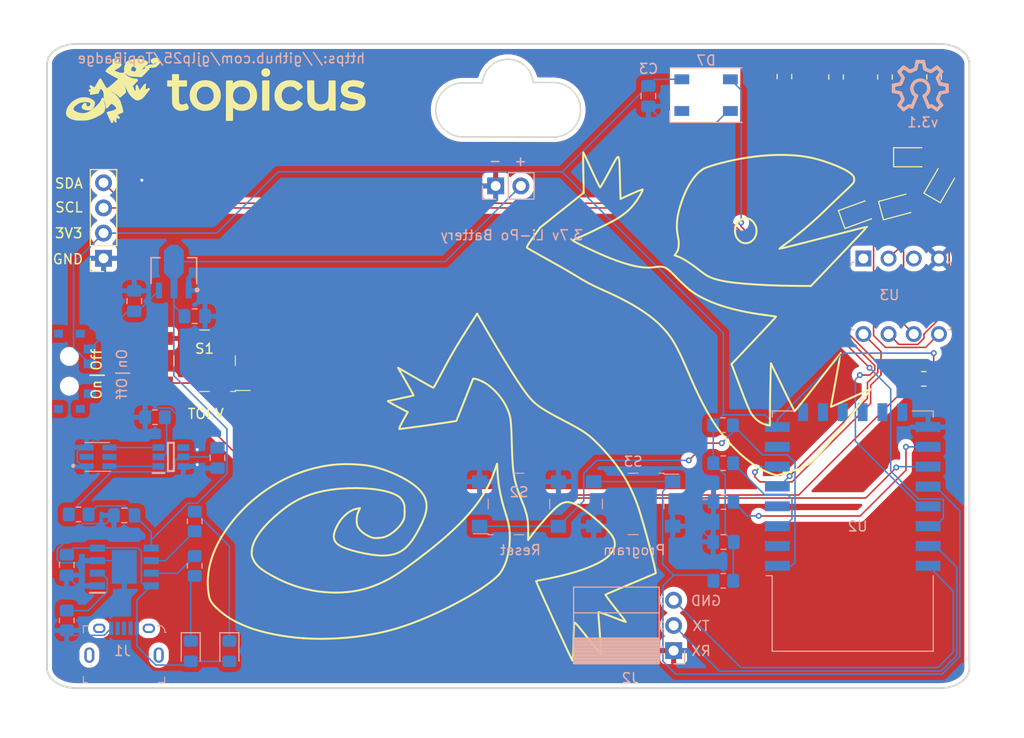
<source format=kicad_pcb>
(kicad_pcb (version 20211014) (generator pcbnew)
  (title_block (title "TopiBadge") (date "2022-02-14") (rev "v3.1") (comment 1 "Run of an 18650 and fixed ht7333 circuit") (comment 2 "creativecommons.org/licenses/by/4.0") (comment 3 "License: CC BY 4.0") (comment 4 "Author: Robert Postma"))
  (layers (0 "F.Cu" signal "Top") (31 "B.Cu" signal "Bottom") (34 "B.Paste" user) (35 "F.Paste" user) (36 "B.SilkS" user "B.Silkscreen") (37 "F.SilkS" user "F.Silkscreen") (38 "B.Mask" user) (39 "F.Mask" user) (44 "Edge.Cuts" user))
  (net 0 "")
  (net 1 "GND")
  (net 2 "Net-(D1-Pad1)")
  (net 3 "Net-(D2-Pad1)")
  (net 4 "Net-(D3-Pad1)")
  (net 5 "Net-(D4-Pad1)")
  (net 6 "Net-(D5-Pad1)")
  (net 7 "+3V3")
  (net 8 "Net-(C2-Pad2)")
  (net 9 "Net-(C4-Pad1)")
  (net 10 "Net-(D1-Pad2)")
  (net 11 "Net-(D2-Pad2)")
  (net 12 "Net-(D3-Pad2)")
  (net 13 "Net-(D4-Pad2)")
  (net 17 "/RX")
  (net 18 "/TX")
  (net 19 "/SCL")
  (net 20 "/SDA")
  (net 22 "/BTN")
  (net 23 "Net-(R4-Pad2)")
  (net 24 "Net-(R6-Pad2)")
  (net 25 "Net-(R8-Pad1)")
  (net 27 "Net-(J4-Pad7)")
  (net 28 "Net-(J4-Pad2)")
  (net 29 "Net-(J4-Pad6)")
  (net 30 "Net-(R9-Pad2)")
  (net 32 "/NP")
  (net 33 "/LC")
  (net 41 "/Batt+")
  (net 42 "Net-(D6-Pad1)")
  (net 49 "Net-(IC1-Pad1)")
  (net 50 "Net-(IC1-Pad2)")
  (net 51 "Net-(IC1-Pad3)")
  (net 53 "Net-(J5-Pad3)")
  (footprint "LED_SMD:LED_0805_2012Metric_Pad1.15x1.40mm_HandSolder" (layer "F.Cu") (at 187.8838 78.5114 20)
    (fp_text reference "D1" hide)
    (fp_text value "LED")
  )
  (footprint "LED_SMD:LED_0805_2012Metric_Pad1.15x1.40mm_HandSolder" (layer "F.Cu") (at 191.89584 77.76972 15)
    (fp_text reference "D2" hide)
    (fp_text value "LED")
  )
  (footprint "LED_SMD:LED_0805_2012Metric_Pad1.15x1.40mm_HandSolder" (layer "F.Cu") (at 196.1896 75.3618 60)
    (fp_text reference "D3" hide)
    (fp_text value "LED")
  )
  (footprint "LED_SMD:LED_0805_2012Metric_Pad1.15x1.40mm_HandSolder" (layer "F.Cu") (at 193.23304 72.86498)
    (fp_text reference "D4" hide)
    (fp_text value "LED")
  )
  (footprint "Resistor_SMD:R_0805_2012Metric_Pad1.20x1.40mm_HandSolder" (layer "F.Cu") (at 180.3654 64.7192 90)
    (fp_text reference "R1" hide)
    (fp_text value "330R")
  )
  (footprint "Resistor_SMD:R_0805_2012Metric_Pad1.20x1.40mm_HandSolder" (layer "F.Cu") (at 185.5724 64.77 90)
    (fp_text reference "R3" hide)
    (fp_text value "330R")
  )
  (footprint "Resistor_SMD:R_0805_2012Metric_Pad1.20x1.40mm_HandSolder" (layer "F.Cu") (at 195.453 64.77 90)
    (fp_text reference "R5" hide)
    (fp_text value "330R")
  )
  (footprint "Resistor_SMD:R_0805_2012Metric_Pad1.20x1.40mm_HandSolder" (layer "F.Cu") (at 190.5 64.77 90)
    (fp_text reference "R7" hide)
    (fp_text value "330R")
  )
  (footprint "Connector_PinSocket_2.54mm:PinSocket_1x04_P2.54mm_Vertical" (layer "F.Cu") (at 111.7092 83.058 180)
    (fp_text reference "J3" hide)
    (fp_text value "128x32 I2C OLED" hide)
  )
  (footprint "digikey-footprints:Switch_Tactile_SMD_6x6mm_PTS645" (layer "F.Cu") (at 121.9 93.3958 180)
    (fp_text reference "S1")
    (fp_text value "PTS645SM43SMTR92_LFS" hide)
  )
  (footprint "Resistor_SMD:R_0805_2012Metric_Pad1.20x1.40mm_HandSolder" (layer "F.Cu") (at 194.4116 95.2246)
    (fp_text reference "R2" hide)
    (fp_text value "10k")
  )
  (footprint "digikey-footprints:USB_Micro_B_Female_10118194-0001LF" (layer "B.Cu") (at 113.77676 120.39854 180)
    (fp_text reference "J1")
    (fp_text value "Micro USB Chargeport")
  )
  (footprint "Resistor_SMD:R_0805_2012Metric_Pad1.20x1.40mm_HandSolder" (layer "B.Cu") (at 174.2186 107.6452 180)
    (fp_text reference "R8" hide)
    (fp_text value "10k")
  )
  (footprint "Capacitor_SMD:C_0805_2012Metric_Pad1.18x1.45mm_HandSolder" (layer "B.Cu") (at 114.808 87.376 -90)
    (fp_text reference "C6" hide)
    (fp_text value "47uF" hide)
  )
  (footprint "Resistor_SMD:R_0805_2012Metric_Pad1.20x1.40mm_HandSolder" (layer "B.Cu") (at 109.2 108.9 180)
    (fp_text reference "R14" hide)
    (fp_text value "100R")
  )
  (footprint "user-footprints:MK12C02" (layer "B.Cu") (at 108.264 94.4626 90)
    (fp_text reference "J5" hide)
    (fp_text value "MK-12C02" hide)
  )
  (footprint "Resistor_SMD:R_0805_2012Metric_Pad1.20x1.40mm_HandSolder" (layer "B.Cu") (at 120.9 114.1 90)
    (fp_text reference "R10" hide)
    (fp_text value "1k")
  )
  (footprint "Custom:SOIC127P600X175-9N" (layer "B.Cu") (at 113.8 114.2)
    (fp_text reference "J4" hide)
    (fp_text value "TP4056" hide)
  )
  (footprint "user-footprints:FS8205" (layer "B.Cu") (at 110.5 103.1)
    (fp_text reference "Q1" hide)
    (fp_text value "FS8205" hide)
  )
  (footprint "digikey-footprints:DIP-8_W7.62mm" (layer "B.Cu") (at 188.3256 83.0834 -90)
    (fp_text reference "U3")
    (fp_text value "ATTINY85-20PU")
  )
  (footprint "Resistor_SMD:R_0805_2012Metric_Pad1.20x1.40mm_HandSolder" (layer "B.Cu") (at 116.9 99.1 180)
    (fp_text reference "R13" hide)
    (fp_text value "1k")
  )
  (footprint "Custom:Holtek-HT7333-SOT89-Level_A" (layer "B.Cu") (at 118.8 84.299998 90)
    (fp_text reference "U1" hide)
    (fp_text value "HT7333-SOT89" hide)
  )
  (footprint "RF_Module:ESP-12E" (layer "B.Cu") (at 187.2488 110.5844)
    (fp_text reference "U2")
    (fp_text value "ESP-12E")
  )
  (footprint "user-footprints:LED_SK6812_PLCC4_5.0x5.0mm_P3.2mm_mirror" (layer "B.Cu") (at 172.466 66.5988 180)
    (fp_text reference "D7")
    (fp_text value "Neopixel")
  )
  (footprint "Capacitor_SMD:C_0805_2012Metric_Pad1.18x1.45mm_HandSolder" (layer "B.Cu") (at 123.2 103.2 -90)
    (fp_text reference "C4" hide)
    (fp_text value "100nF / 0.1uF")
  )
  (footprint "Connector_PinSocket_2.54mm:PinSocket_1x02_P2.54mm_Vertical" (layer "B.Cu") (at 151.25 75.76 -90)
    (fp_text reference "J6" hide)
    (fp_text value "Conn_01x02")
  )
  (footprint "Capacitor_SMD:C_0805_2012Metric_Pad1.18x1.45mm_HandSolder" (layer "B.Cu") (at 120.904 88.9 180)
    (fp_text reference "C7" hide)
    (fp_text value "10uF" hide)
  )
  (footprint "Resistor_SMD:R_0805_2012Metric_Pad1.20x1.40mm_HandSolder" (layer "B.Cu") (at 174.2 115.6 180)
    (fp_text reference "R9" hide)
    (fp_text value "10k")
  )
  (footprint "LED_SMD:LED_0805_2012Metric_Pad1.15x1.40mm_HandSolder" (layer "B.Cu") (at 120.5 122.7 -90)
    (fp_text reference "D5" hide)
    (fp_text value "R-LED")
  )
  (footprint "Capacitor_SMD:C_0805_2012Metric_Pad1.18x1.45mm_HandSolder" (layer "B.Cu") (at 113.8 109 180)
    (fp_text reference "C5" hide)
    (fp_text value "10uF")
  )
  (footprint "Resistor_SMD:R_0805_2012Metric_Pad1.20x1.40mm_HandSolder" (layer "B.Cu") (at 120.9 109.6 90)
    (fp_text reference "R12" hide)
    (fp_text value "1k")
  )
  (footprint "user-footprints:SOT95P280X135-6N" (layer "B.Cu") (at 118.5 103.1)
    (fp_text reference "IC1" hide)
    (fp_text value "DW01A-G" hide)
  )
  (footprint "Capacitor_SMD:C_0805_2012Metric_Pad1.18x1.45mm_HandSolder" (layer "B.Cu") (at 108 114 90)
    (fp_text reference "C2" hide)
    (fp_text value "100nF / 0.1uF")
  )
  (footprint "digikey-footprints:Switch_Tactile_SMD_6x6mm_PTS645" (layer "B.Cu") (at 153.6 107.85)
    (fp_text reference "S2")
    (fp_text value "PTS645SM43SMTR92_LFS" hide)
  )
  (footprint "LED_SMD:LED_0805_2012Metric_Pad1.15x1.40mm_HandSolder" (layer "B.Cu") (at 124.4 122.7 -90)
    (fp_text reference "D6" hide)
    (fp_text value "G-LED")
  )
  (footprint "Connector_PinSocket_2.54mm:PinSocket_1x03_P2.54mm_Horizontal" (layer "B.Cu") (at 169.1952 122.6458)
    (fp_text reference "J2")
    (fp_text value "Conn_01x03")
  )
  (footprint "Resistor_SMD:R_0805_2012Metric_Pad1.20x1.40mm_HandSolder" (layer "B.Cu") (at 174.1932 103.7336)
    (fp_text reference "R4" hide)
    (fp_text value "10k")
  )
  (footprint "Resistor_SMD:R_0805_2012Metric_Pad1.20x1.40mm_HandSolder" (layer "B.Cu") (at 174.1678 99.8982)
    (fp_text reference "R6" hide)
    (fp_text value "10k")
  )
  (footprint "Capacitor_SMD:C_0805_2012Metric_Pad1.18x1.45mm_HandSolder" (layer "B.Cu") (at 174.2186 111.6838 180)
    (fp_text reference "C1" hide)
    (fp_text value "100nF / 0.1uF")
  )
  (footprint "user-footprints:OSHW" (layer "B.Cu") (at 194.056 65.786 180)
    (fp_text reference "REF**" hide)
    (fp_text value "OSHW")
  )
  (footprint "Capacitor_SMD:C_0805_2012Metric_Pad1.18x1.45mm_HandSolder" (layer "B.Cu") (at 166.64 66.69 90)
    (fp_text reference "C3")
    (fp_text value "100nF / 0.1uF")
  )
  (footprint "digikey-footprints:Switch_Tactile_SMD_6x6mm_PTS645" (layer "B.Cu") (at 165.11 107.84 180)
    (fp_text reference "S3")
    (fp_text value "PTS645SM43SMTR92_LFS")
  )
  (footprint "Resistor_SMD:R_0805_2012Metric_Pad1.20x1.40mm_HandSolder" (layer "B.Cu") (at 108 119.6 90)
    (fp_text reference "R11" hide)
    (fp_text value "5k")
  )
  (gr_curve (pts (xy 110.392413 66.182059) (xy 110.332873 66.1536) (xy 110.287487 66.12493) (xy 110.291556 66.118347)) (layer "F.SilkS") (width 0.2))
  (gr_line (start 124.649944 65.420474) (end 124.649944 65.638501) (layer "F.SilkS") (width 0.2))
  (gr_curve (pts (xy 127.884374 64.602273) (xy 127.704333 64.494355) (xy 127.668844 64.260334) (xy 127.808412 64.101372)) (layer "F.SilkS") (width 0.2))
  (gr_curve (pts (xy 126.804665 113.433072) (xy 127.104305 114.087614) (xy 127.655013 114.541672) (xy 129.015779 115.256203)) (layer "F.SilkS") (width 0.2))
  (gr_curve (pts (xy 113.627906 66.518252) (xy 113.393305 66.734993) (xy 113.349813 66.767984) (xy 113.349813 66.729183)) (layer "F.SilkS") (width 0.2))
  (gr_curve (pts (xy 149.918191 95.499039) (xy 149.631362 95.359613) (xy 149.302434 95.236324) (xy 149.187219 95.225061)) (layer "F.SilkS") (width 0.2))
  (gr_curve (pts (xy 124.405241 109.985659) (xy 126.961918 106.611369) (xy 130.607333 104.453572) (xy 134.657046 103.917397)) (layer "F.SilkS") (width 0.2))
  (gr_curve (pts (xy 121.737352 68.072177) (xy 121.350131 68.018779) (xy 120.974637 67.800836) (xy 120.765915 67.508339)) (layer "F.SilkS") (width 0.2))
  (gr_line (start 124.762048 67.725337) (end 124.667881 67.635111) (layer "F.SilkS") (width 0.2))
  (gr_curve (pts (xy 152.8771 101.800669) (xy 152.80941 99.266015) (xy 152.770404 98.986769) (xy 152.361039 98.107348)) (layer "F.SilkS") (width 0.2))
  (gr_line (start 180.368377 104.760676) (end 179.57023 104.974523) (layer "F.SilkS") (width 0.2))
  (gr_curve (pts (xy 150.257804 90.167489) (xy 151.909042 93.019112) (xy 153.388345 95.403809) (xy 154.166202 96.467992)) (layer "F.SilkS") (width 0.2))
  (gr_line (start 119.213509 65.633961) (end 119.218906 66.490439) (layer "F.SilkS") (width 0.2))
  (gr_line (start 121.737352 68.072177) (end 121.737352 68.072177) (layer "F.SilkS") (width 0.2))
  (gr_curve (pts (xy 132.930713 67.215678) (xy 133.061097 67.490895) (xy 133.281734 67.62343) (xy 133.611394 67.624562)) (layer "F.SilkS") (width 0.2))
  (gr_curve (pts (xy 177.092867 79.26751) (xy 176.884728 79.084732) (xy 176.774479 79.044215) (xy 176.4855 79.044215)) (layer "F.SilkS") (width 0.2))
  (gr_line (start 124.667881 69.095728) (end 124.407717 69.095728) (layer "F.SilkS") (width 0.2))
  (gr_curve (pts (xy 131.912861 121.398741) (xy 129.938946 121.272353) (xy 127.715752 120.83046) (xy 126.296985 120.282529)) (layer "F.SilkS") (width 0.2))
  (gr_curve (pts (xy 133.611394 67.624562) (xy 134.023911 67.625885) (xy 134.295562 67.451173) (xy 134.439665 67.09157)) (layer "F.SilkS") (width 0.2))
  (gr_curve (pts (xy 162.729519 74.246823) (xy 163.784869 72.26906) (xy 163.69376 72.194637) (xy 163.778021 75.103309)) (layer "F.SilkS") (width 0.2))
  (gr_curve (pts (xy 116.23763 63.947781) (xy 116.23763 63.956116) (xy 116.231571 63.965614) (xy 116.224189 63.968895)) (layer "F.SilkS") (width 0.2))
  (gr_curve (pts (xy 136.815764 65.191035) (xy 137.082173 65.179764) (xy 137.299169 65.200958) (xy 137.526938 65.260499)) (layer "F.SilkS") (width 0.2))
  (gr_curve (pts (xy 113.006301 68.582868) (xy 113.014662 68.588027) (xy 113.071862 68.657353) (xy 113.133399 68.7369)) (layer "F.SilkS") (width 0.2))
  (gr_curve (pts (xy 153.865764 107.476714) (xy 153.10016 105.619076) (xy 152.957143 104.798004) (xy 152.8771 101.800669)) (layer "F.SilkS") (width 0.2))
  (gr_curve (pts (xy 116.965647 63.653289) (xy 116.860674 63.722988) (xy 116.85893 63.72342) (xy 116.669922 63.726489)) (layer "F.SilkS") (width 0.2))
  (gr_curve (pts (xy 112.184121 65.940756) (xy 112.319675 65.852036) (xy 112.882468 65.385144) (xy 113.035495 65.234458)) (layer "F.SilkS") (width 0.2))
  (gr_curve (pts (xy 138.417812 111.08439) (xy 138.824145 111.284479) (xy 138.928577 111.305228) (xy 139.40722 111.280926)) (layer "F.SilkS") (width 0.2))
  (gr_curve (pts (xy 111.412816 65.0722) (xy 111.429564 65.10001) (xy 111.514238 65.243838) (xy 111.600956 65.391817)) (layer "F.SilkS") (width 0.2))
  (gr_curve (pts (xy 115.910555 65.534253) (xy 115.913994 65.537692) (xy 115.89169 65.671399) (xy 115.860987 65.831401)) (layer "F.SilkS") (width 0.2))
  (gr_poly (pts (xy 119.2149 65.17386) (xy 119.99468 65.21704) (xy 120.00738 65.22974) (xy 120.05056 65.61328) (xy 119.24284 65.62598) (xy 119.18696 66.95694) (xy 119.24284 67.48272) (xy 119.56796 67.65036) (xy 120.05056 67.52336) (xy 120.16486 67.9069) (xy 119.75338 68.06184) (xy 119.1006 68.00596) (xy 118.74754 67.62242) (xy 118.73484 65.66916) (xy 118.237 65.66916) (xy 118.19636 65.21704) (xy 118.70436 65.22974) (xy 118.7196 64.60744) (xy 119.19966 64.55156)) (layer "F.SilkS") (width 0.1) (fill solid))
  (gr_line (start 132.856013 65.212511) (end 132.864983 66.15419) (layer "F.SilkS") (width 0.2))
  (gr_curve (pts (xy 116.933762 63.055526) (xy 116.841102 63.064416) (xy 116.752941 63.114841) (xy 116.74317 63.164508)) (layer "F.SilkS") (width 0.2))
  (gr_curve (pts (xy 131.500777 67.731952) (xy 131.24933 67.983398) (xy 130.784791 68.127596) (xy 130.38074 68.07962)) (layer "F.SilkS") (width 0.2))
  (gr_curve (pts (xy 111.127407 66.354369) (xy 111.118014 66.36482) (xy 110.488906 66.459051) (xy 110.428608 66.459051)) (layer "F.SilkS") (width 0.2))
  (gr_curve (pts (xy 112.130125 68.381747) (xy 112.130125 68.372672) (xy 112.200399 68.351296) (xy 112.286288 68.334239)) (layer "F.SilkS") (width 0.2))
  (gr_curve (pts (xy 162.991963 119.236536) (xy 162.246243 118.943169) (xy 161.625074 118.734173) (xy 161.611592 118.772101)) (layer "F.SilkS") (width 0.2))
  (gr_curve (pts (xy 126.296985 120.282529) (xy 124.924253 119.752382) (xy 123.991337 119.183851) (xy 123.10294 118.336034)) (layer "F.SilkS") (width 0.2))
  (gr_curve (pts (xy 165.290232 77.48025) (xy 164.84562 78.06613) (xy 164.36054 78.506294) (xy 163.651527 78.967204)) (layer "F.SilkS") (width 0.2))
  (gr_curve (pts (xy 159.035235 81.266634) (xy 159.033735 81.358964) (xy 161.57902 82.568356) (xy 162.740676 83.027274)) (layer "F.SilkS") (width 0.2))
  (gr_curve (pts (xy 184.727386 101.856445) (xy 184.235639 102.4304) (xy 183.578633 103.137142) (xy 183.26737 103.426982)) (layer "F.SilkS") (width 0.2))
  (gr_curve (pts (xy 115.806414 65.65721) (xy 115.86026 65.586153) (xy 115.907123 65.530821) (xy 115.910555 65.534253)) (layer "F.SilkS") (width 0.2))
  (gr_line (start 112.441305 63.726399) (end 112.713069 63.505366) (layer "F.SilkS") (width 0.2))
  (gr_curve (pts (xy 112.708095 63.256231) (xy 112.705264 63.11474) (xy 112.709947 63.014675) (xy 112.718651 63.024636)) (layer "F.SilkS") (width 0.2))
  (gr_line (start 113.214431 65.058262) (end 113.286612 65.090472) (layer "F.SilkS") (width 0.2))
  (gr_curve (pts (xy 113.349823 66.729183) (xy 113.349823 66.693618) (xy 113.010852 66.375988) (xy 112.920486 66.326876)) (layer "F.SilkS") (width 0.2))
  (gr_line (start 178.895765 99.928103) (end 178.905165 98.372529) (layer "F.SilkS") (width 0.2))
  (gr_curve (pts (xy 154.526981 110.487063) (xy 154.526981 109.341469) (xy 154.404524 108.783939) (xy 153.865764 107.476714)) (layer "F.SilkS") (width 0.2))
  (gr_line (start 175.029138 93.738796) (end 175.15836 94.068598) (layer "F.SilkS") (width 0.2))
  (gr_curve (pts (xy 109.94479 67.739114) (xy 109.978683 67.773004) (xy 110.040047 67.810813) (xy 110.081159 67.82313)) (layer "F.SilkS") (width 0.2))
  (gr_line (start 119.21513 64.889587) (end 119.21513 65.203481) (layer "F.SilkS") (width 0.2))
  (gr_line (start 111.303334 65.150404) (end 111.382346 65.021635) (layer "F.SilkS") (width 0.2))
  (gr_curve (pts (xy 137.400176 108.626873) (xy 137.200276 109.074317) (xy 137.178317 109.830865) (xy 137.355726 110.160141)) (layer "F.SilkS") (width 0.2))
  (gr_curve (pts (xy 115.098267 64.664466) (xy 114.479113 64.64031) (xy 114.316992 64.605647) (xy 114.139039 64.459322)) (layer "F.SilkS") (width 0.2))
  (gr_line (start 134.5331 67.84744) (end 134.5331 67.639395) (layer "F.SilkS") (width 0.2))
  (gr_curve (pts (xy 124.704086 66.935659) (xy 124.840344 67.468424) (xy 125.384283 67.756121) (xy 125.935114 67.586772)) (layer "F.SilkS") (width 0.2))
  (gr_curve (pts (xy 159.170766 119.876796) (xy 159.143926 119.971966) (xy 159.115316 120.659971) (xy 159.106926 121.405694)) (layer "F.SilkS") (width 0.2))
  (gr_curve (pts (xy 158.870902 123.411785) (xy 158.567784 122.852634) (xy 155.293549 115.667597) (xy 155.326725 115.63442)) (layer "F.SilkS") (width 0.2))
  (gr_curve (pts (xy 113.188406 64.380206) (xy 113.338793 64.432405) (xy 113.381399 64.439462) (xy 113.551198 64.440295)) (layer "F.SilkS") (width 0.2))
  (gr_curve (pts (xy 170.723644 94.69157) (xy 169.524612 91.877231) (xy 169.040258 91.038214) (xy 167.980286 89.939426)) (layer "F.SilkS") (width 0.2))
  (gr_curve (pts (xy 129.589461 66.889624) (xy 129.706521 67.354867) (xy 130.056363 67.6296) (xy 130.533204 67.630746)) (layer "F.SilkS") (width 0.2))
  (gr_curve (pts (xy 130.38074 68.07962) (xy 129.782961 68.008642) (xy 129.346385 67.69156) (xy 129.149779 67.185581)) (layer "F.SilkS") (width 0.2))
  (gr_curve (pts (xy 119.419648 68.074558) (xy 119.056814 68.016797) (xy 118.825632 67.81702) (xy 118.739658 67.486945)) (layer "F.SilkS") (width 0.2))
  (gr_curve (pts (xy 110.723253 67.304334) (xy 110.766216 67.387416) (xy 110.755381 67.512702) (xy 110.693977 67.642888)) (layer "F.SilkS") (width 0.2))
  (gr_curve (pts (xy 156.083417 115.465778) (xy 157.991825 115.116739) (xy 159.724459 114.633522) (xy 160.953202 114.107597)) (layer "F.SilkS") (width 0.2))
  (gr_line (start 114.96842 66.983503) (end 114.968407 66.983384) (layer "F.SilkS") (width 0.2))
  (gr_curve (pts (xy 112.224293 64.316409) (xy 112.103445 64.249621) (xy 112.004567 64.191296) (xy 112.004567 64.186798)) (layer "F.SilkS") (width 0.2))
  (gr_line (start 137.285013 108.320131) (end 137.559294 108.270691) (layer "F.SilkS") (width 0.2))
  (gr_curve (pts (xy 113.883028 64.577929) (xy 114.052761 64.74418) (xy 114.149905 64.810879) (xy 114.323625 64.88044)) (layer "F.SilkS") (width 0.2))
  (gr_line (start 157.928401 78.201392) (end 160.127901 76.442441) (layer "F.SilkS") (width 0.2))
  (gr_curve (pts (xy 112.592612 69.077964) (xy 112.585547 69.19133) (xy 112.577478 69.299709) (xy 112.574673 69.318804)) (layer "F.SilkS") (width 0.2))
  (gr_curve (pts (xy 112.822286 63.243431) (xy 112.870742 63.354119) (xy 112.914425 63.444916) (xy 112.919357 63.445202)) (layer "F.SilkS") (width 0.2))
  (gr_line (start 134.75731 65.212511) (end 135.008424 65.212511) (layer "F.SilkS") (width 0.2))
  (gr_curve (pts (xy 180.172363 96.046271) (xy 180.813972 97.356951) (xy 181.359967 98.454231) (xy 181.385679 98.484664)) (layer "F.SilkS") (width 0.2))
  (gr_curve (pts (xy 122.362112 65.704679) (xy 122.22255 65.644722) (xy 122.214218 65.64342) (xy 121.968418 65.643224)) (layer "F.SilkS") (width 0.2))
  (gr_curve (pts (xy 144.964379 96.120755) (xy 144.996879 96.120755) (xy 145.30276 95.584822) (xy 145.644354 94.929796)) (layer "F.SilkS") (width 0.2))
  (gr_curve (pts (xy 117.118942 63.195555) (xy 117.08385 63.078434) (xy 117.040051 63.045313) (xy 116.933762 63.055526)) (layer "F.SilkS") (width 0.2))
  (gr_line (start 120.022285 65.633961) (end 119.617895 65.633961) (layer "F.SilkS") (width 0.2))
  (gr_line (start 118.470757 65.633961) (end 118.228612 65.633961) (layer "F.SilkS") (width 0.2))
  (gr_curve (pts (xy 185.551448 95.296194) (xy 185.277432 96.777561) (xy 185.052992 98.011981) (xy 185.052709 98.039349)) (layer "F.SilkS") (width 0.2))
  (gr_curve (pts (xy 112.928278 69.271653) (xy 112.925527 69.274669) (xy 112.851761 69.185965) (xy 112.764358 69.074504)) (layer "F.SilkS") (width 0.2))
  (gr_curve (pts (xy 143.596549 95.365761) (xy 144.316451 95.781006) (xy 144.931977 96.120755) (xy 144.964379 96.120755)) (layer "F.SilkS") (width 0.2))
  (gr_curve (pts (xy 120.640383 65.965883) (xy 120.782332 65.675022) (xy 120.974237 65.482783) (xy 121.268885 65.336291)) (layer "F.SilkS") (width 0.2))
  (gr_line (start 124.156684 65.212448) (end 124.403316 65.207447) (layer "F.SilkS") (width 0.2))
  (gr_curve (pts (xy 183.727285 95.5714) (xy 184.989459 93.938671) (xy 186.028337 92.6028) (xy 186.035911 92.6028)) (layer "F.SilkS") (width 0.2))
  (gr_curve (pts (xy 109.800087 67.500581) (xy 109.897615 67.445768) (xy 109.903761 67.450398) (xy 109.892868 67.570508)) (layer "F.SilkS") (width 0.2))
  (gr_curve (pts (xy 178.405904 88.780305) (xy 179.000099 88.856085) (xy 179.499514 88.931297) (xy 179.515713 88.947511)) (layer "F.SilkS") (width 0.2))
  (gr_curve (pts (xy 123.404219 66.97034) (xy 123.368101 67.151183) (xy 123.230629 67.435843) (xy 123.112106 67.575215)) (layer "F.SilkS") (width 0.2))
  (gr_curve (pts (xy 137.355726 110.160141) (xy 137.545119 110.511713) (xy 137.923521 110.841004) (xy 138.417812 111.08439)) (layer "F.SilkS") (width 0.2))
  (gr_curve (pts (xy 113.282847 68.408282) (xy 113.018755 68.518124) (xy 112.960772 68.554729) (xy 113.006301 68.582868)) (layer "F.SilkS") (width 0.2))
  (gr_curve (pts (xy 136.465924 66.311895) (xy 136.546386 66.346355) (xy 136.793526 66.404351) (xy 137.133915 66.46865)) (layer "F.SilkS") (width 0.2))
  (gr_curve (pts (xy 122.120688 67.62443) (xy 122.487088 67.576887) (xy 122.802591 67.28428) (xy 122.893645 66.907562)) (layer "F.SilkS") (width 0.2))
  (gr_line (start 136.613749 68.078752) (end 136.613749 68.078752) (layer "F.SilkS") (width 0.2))
  (gr_line (start 124.407717 69.095728) (end 124.147556 69.095728) (layer "F.SilkS") (width 0.2))
  (gr_curve (pts (xy 133.344823 68.073746) (xy 133.05348 68.036982) (xy 132.742645 67.877996) (xy 132.599664 67.692616)) (layer "F.SilkS") (width 0.2))
  (gr_line (start 131.507143 65.910744) (end 131.324163 66.030201) (layer "F.SilkS") (width 0.2))
  (gr_curve (pts (xy 111.746691 67.541912) (xy 111.788781 67.668293) (xy 111.792874 67.702858) (xy 111.784947 67.86496)) (layer "F.SilkS") (width 0.2))
  (gr_line (start 155.02795 80.938768) (end 155.728897 79.960346) (layer "F.SilkS") (width 0.2))
  (gr_curve (pts (xy 116.278857 65.975692) (xy 116.300446 65.974633) (xy 115.94204 66.44089) (xy 115.74646 66.668416)) (layer "F.SilkS") (width 0.2))
  (gr_curve (pts (xy 152.301771 108.942853) (xy 152.641891 109.995765) (xy 152.73639 110.80017) (xy 152.646615 111.877993)) (layer "F.SilkS") (width 0.2))
  (gr_poly (pts (xy 128.43256 64.16802) (xy 128.38938 64.43726) (xy 128.17856 64.63538) (xy 127.78232 64.56426) (xy 127.7239 64.32296) (xy 127.92202 64.05372) (xy 127.92202 64.02578) (xy 128.2192 63.99784)) (layer "F.SilkS") (width 0.1) (fill solid))
  (gr_curve (pts (xy 110.081159 67.82313) (xy 110.145133 67.842286) (xy 110.167477 67.841095) (xy 110.236197 67.814875)) (layer "F.SilkS") (width 0.2))
  (gr_curve (pts (xy 115.202376 65.953131) (xy 115.279145 66.113106) (xy 115.345031 66.243995) (xy 115.348786 66.243995)) (layer "F.SilkS") (width 0.2))
  (gr_line (start 128.326974 66.629033) (end 128.326974 68.055495) (layer "F.SilkS") (width 0.2))
  (gr_curve (pts (xy 136.456081 65.707272) (xy 136.162399 65.851176) (xy 136.16782 66.184226) (xy 136.465924 66.311895)) (layer "F.SilkS") (width 0.2))
  (gr_line (start 118.712903 65.203481) (end 118.712903 64.889587) (layer "F.SilkS") (width 0.2))
  (gr_curve (pts (xy 114.224311 66.18948) (xy 114.188706 66.12503) (xy 114.099788 65.934409) (xy 114.026718 65.76588)) (layer "F.SilkS") (width 0.2))
  (gr_line (start 134.439665 67.09157) (end 134.488258 66.970311) (layer "F.SilkS") (width 0.2))
  (gr_line (start 178.657579 99.884263) (end 178.895765 99.928103) (layer "F.SilkS") (width 0.2))
  (gr_curve (pts (xy 159.169662 107.825776) (xy 158.32891 107.474469) (xy 157.8523 107.644397) (xy 156.898283 108.635457)) (layer "F.SilkS") (width 0.2))
  (gr_line (start 111.382346 65.021635) (end 111.412816 65.0722) (layer "F.SilkS") (width 0.2))
  (gr_curve (pts (xy 137.941069 65.436584) (xy 137.941069 65.447538) (xy 137.748847 65.809417) (xy 137.732342 65.829528)) (layer "F.SilkS") (width 0.2))
  (gr_curve (pts (xy 108.145252 67.921465) (xy 108.23356 67.738524) (xy 108.341576 67.595953) (xy 108.523668 67.421981)) (layer "F.SilkS") (width 0.2))
  (gr_curve (pts (xy 135.783447 66.338068) (xy 135.750533 66.266315) (xy 135.744318 66.220132) (xy 135.74409 66.045714)) (layer "F.SilkS") (width 0.2))
  (gr_line (start 120.022285 65.203481) (end 120.022285 65.41872) (layer "F.SilkS") (width 0.2))
  (gr_curve (pts (xy 186.035911 92.6028) (xy 186.043511 92.6028) (xy 185.825467 93.814827) (xy 185.551448 95.296194)) (layer "F.SilkS") (width 0.2))
  (gr_curve (pts (xy 116.74317 63.164508) (xy 116.734623 63.207924) (xy 116.815324 63.220857) (xy 116.881438 63.18668)) (layer "F.SilkS") (width 0.2))
  (gr_curve (pts (xy 114.569532 65.660663) (xy 114.569532 65.697014) (xy 114.767591 66.212377) (xy 114.805426 66.27448)) (layer "F.SilkS") (width 0.2))
  (gr_curve (pts (xy 109.892868 67.570508) (xy 109.883502 67.673915) (xy 109.885222 67.679548) (xy 109.94479 67.739114)) (layer "F.SilkS") (width 0.2))
  (gr_curve (pts (xy 186.617968 76.149286) (xy 186.187835 76.552376) (xy 185.206065 77.494325) (xy 184.436262 78.242506)) (layer "F.SilkS") (width 0.2))
  (gr_curve (pts (xy 151.500012 115.0539) (xy 149.927611 116.671947) (xy 144.939066 119.29343) (xy 141.371581 120.376401)) (layer "F.SilkS") (width 0.2))
  (gr_curve (pts (xy 113.884816 64.22861) (xy 113.907518 64.183118) (xy 113.908444 64.154635) (xy 113.890769 64.047841)) (layer "F.SilkS") (width 0.2))
  (gr_line (start 128.066783 68.055495) (end 127.806592 68.055495) (layer "F.SilkS") (width 0.2))
  (gr_curve (pts (xy 129.015779 115.256203) (xy 130.962206 116.278263) (xy 132.988682 116.787082) (xy 135.116315 116.78797)) (layer "F.SilkS") (width 0.2))
  (gr_line (start 115.051336 65.832057) (end 115.062792 65.662263) (layer "F.SilkS") (width 0.2))
  (gr_curve (pts (xy 113.149579 68.843956) (xy 112.963955 68.771082) (xy 112.913652 68.754665) (xy 112.904386 68.76393)) (layer "F.SilkS") (width 0.2))
  (gr_curve (pts (xy 137.491645 67.402887) (xy 137.565578 67.250161) (xy 137.526501 67.105257) (xy 137.387854 67.018021)) (layer "F.SilkS") (width 0.2))
  (gr_line (start 112.713069 63.505366) (end 112.708095 63.256231) (layer "F.SilkS") (width 0.2))
  (gr_poly (pts (xy 128.34874 68.07708) (xy 127.76708 68.08978) (xy 127.76708 65.2018) (xy 128.36144 65.17386)) (layer "F.SilkS") (width 0.1) (fill solid))
  (gr_curve (pts (xy 181.385679 98.484664) (xy 181.411379 98.515274) (xy 182.465116 97.20413) (xy 183.727285 95.5714)) (layer "F.SilkS") (width 0.2))
  (gr_curve (pts (xy 112.993419 64.73879) (xy 112.868821 64.682074) (xy 112.694236 64.591155) (xy 112.605449 64.536754)) (layer "F.SilkS") (width 0.2))
  (gr_line (start 124.147556 69.095728) (end 124.152132 67.154099) (layer "F.SilkS") (width 0.2))
  (gr_curve (pts (xy 172.666163 84.870142) (xy 172.484783 84.778222) (xy 172.042352 84.467614) (xy 171.683013 84.179921)) (layer "F.SilkS") (width 0.2))
  (gr_line (start 151.388981 103.799906) (end 151.437211 104.632525) (layer "F.SilkS") (width 0.2))
  (gr_poly (pts (xy 111.74476 65.67424) (xy 112.24006 66.21018) (xy 112.8776 66.59372) (xy 113.32972 67.31508) (xy 113.6269 68.2498) (xy 113.64214 68.2498) (xy 113.03254 68.47586) (xy 113.04778 68.80352) (xy 112.5093 69.18452) (xy 112.15624 68.3768) (xy 113.04778 68.06692) (xy 113.01984 67.69862) (xy 112.45342 67.35826) (xy 112.014 67.82562) (xy 111.81588 66.2686) (xy 111.57458 65.95618) (xy 111.2774 65.87236) (xy 111.07928 66.35242) (xy 110.44174 66.43878) (xy 110.5408 66.0273) (xy 110.4138 65.70218) (xy 110.86592 65.88506) (xy 111.34852 64.99352)) (layer "F.SilkS") (width 0.1) (fill solid))
  (gr_curve (pts (xy 141.696697 97.183797) (xy 142.379416 97.040893) (xy 142.948704 96.913258) (xy 142.961785 96.900181)) (layer "F.SilkS") (width 0.2))
  (gr_curve (pts (xy 154.426986 82.009009) (xy 154.343986 81.932819) (xy 154.446266 81.750754) (xy 155.02795 80.938768)) (layer "F.SilkS") (width 0.2))
  (gr_curve (pts (xy 108.036257 68.485901) (xy 108.011439 68.311765) (xy 108.047846 68.123255) (xy 108.145252 67.921465)) (layer "F.SilkS") (width 0.2))
  (gr_curve (pts (xy 112.605449 64.536754) (xy 112.516661 64.482351) (xy 112.345142 64.383196) (xy 112.224293 64.316409)) (layer "F.SilkS") (width 0.2))
  (gr_curve (pts (xy 122.246269 116.37878) (xy 122.058804 114.32201) (xy 122.813977 112.085799) (xy 124.405241 109.985659)) (layer "F.SilkS") (width 0.2))
  (gr_curve (pts (xy 113.633787 65.123527) (xy 113.504758 65.007517) (xy 113.257783 64.859134) (xy 112.993419 64.73879)) (layer "F.SilkS") (width 0.2))
  (gr_curve (pts (xy 121.798013 67.623404) (xy 121.958734 67.644094) (xy 121.96882 67.644147) (xy 122.120683 67.624462)) (layer "F.SilkS") (width 0.2))
  (gr_curve (pts (xy 127.808412 64.101372) (xy 127.95261 63.93714) (xy 128.241212 63.953859) (xy 128.359976 64.133326)) (layer "F.SilkS") (width 0.2))
  (gr_curve (pts (xy 112.574673 69.318804) (xy 112.571869 69.337907) (xy 112.470697 69.138586) (xy 112.349849 68.875881)) (layer "F.SilkS") (width 0.2))
  (gr_curve (pts (xy 164.952418 76.556201) (xy 165.567136 76.277915) (xy 166.070085 76.081829) (xy 166.070085 76.120493)) (layer "F.SilkS") (width 0.2))
  (gr_curve (pts (xy 152.646615 111.877993) (xy 152.532284 113.250521) (xy 152.106558 114.429745) (xy 151.500012 115.0539)) (layer "F.SilkS") (width 0.2))
  (gr_line (start 132.864983 66.15419) (end 132.873952 67.095869) (layer "F.SilkS") (width 0.2))
  (gr_line (start 119.21513 64.575696) (end 119.21513 64.889587) (layer "F.SilkS") (width 0.2))
  (gr_curve (pts (xy 121.028763 66.383796) (xy 121.003098 66.506076) (xy 121.003151 66.753567) (xy 121.028906 66.875289)) (layer "F.SilkS") (width 0.2))
  (gr_curve (pts (xy 141.536956 100.28126) (xy 141.479736 100.26879) (xy 141.619956 99.948472) (xy 141.914379 99.418809)) (layer "F.SilkS") (width 0.2))
  (gr_line (start 119.419638 68.074558) (end 119.419638 68.074558) (layer "F.SilkS") (width 0.2))
  (gr_line (start 118.228612 65.41872) (end 118.228612 65.203481) (layer "F.SilkS") (width 0.2))
  (gr_curve (pts (xy 179.875404 82.100417) (xy 179.889014 82.114027) (xy 181.874918 81.615409) (xy 184.288615 80.992471)) (layer "F.SilkS") (width 0.2))
  (gr_line (start 124.649944 65.202446) (end 124.649944 65.420474) (layer "F.SilkS") (width 0.2))
  (gr_line (start 119.617895 65.633961) (end 119.213509 65.633961) (layer "F.SilkS") (width 0.2))
  (gr_curve (pts (xy 182.954782 72.891957) (xy 184.455043 73.194319) (xy 186.512947 74.011472) (xy 187.09229 74.534872)) (layer "F.SilkS") (width 0.2))
  (gr_curve (pts (xy 111.61514 68.324092) (xy 111.29892 68.602439) (xy 110.557174 68.944635) (xy 110.07637 69.033988)) (layer "F.SilkS") (width 0.2))
  (gr_line (start 158.995126 123.641028) (end 158.870902 123.411785) (layer "F.SilkS") (width 0.2))
  (gr_curve (pts (xy 131.696336 65.785678) (xy 131.692923 65.788748) (xy 131.607783 65.84504) (xy 131.507143 65.910744)) (layer "F.SilkS") (width 0.2))
  (gr_curve (pts (xy 129.67436 65.425181) (xy 129.947233 65.248659) (xy 130.238931 65.175885) (xy 130.61392 65.190779)) (layer "F.SilkS") (width 0.2))
  (gr_line (start 112.220396 66.020422) (end 112.140267 65.969458) (layer "F.SilkS") (width 0.2))
  (gr_curve (pts (xy 111.757158 66.201249) (xy 111.727212 66.137259) (xy 111.670046 66.049465) (xy 111.630121 66.006153)) (layer "F.SilkS") (width 0.2))
  (gr_line (start 137.559294 108.270691) (end 137.400176 108.626873) (layer "F.SilkS") (width 0.2))
  (gr_curve (pts (xy 125.582667 65.63785) (xy 125.398938 65.644888) (xy 125.360814 65.652297) (xy 125.233817 65.705793)) (layer "F.SilkS") (width 0.2))
  (gr_curve (pts (xy 125.930486 65.677525) (xy 125.801766 65.634265) (xy 125.770249 65.630672) (xy 125.582667 65.63785)) (layer "F.SilkS") (width 0.2))
  (gr_line (start 118.964017 64.575696) (end 119.21513 64.575696) (layer "F.SilkS") (width 0.2))
  (gr_line (start 185.877446 82.876584) (end 183.036624 85.852199) (layer "F.SilkS") (width 0.2))
  (gr_curve (pts (xy 130.533204 67.630746) (xy 130.826381 67.63154) (xy 131.022921 67.549275) (xy 131.212334 67.346792)) (layer "F.SilkS") (width 0.2))
  (gr_curve (pts (xy 120.065631 67.53684) (xy 120.069653 67.540888) (xy 120.106171 67.619787) (xy 120.146787 67.712145)) (layer "F.SilkS") (width 0.2))
  (gr_curve (pts (xy 113.367997 63.611538) (xy 113.259934 63.762448) (xy 113.129338 63.845554) (xy 112.650304 64.068251)) (layer "F.SilkS") (width 0.2))
  (gr_line (start 125.935114 67.586772) (end 125.935114 67.586772) (layer "F.SilkS") (width 0.2))
  (gr_curve (pts (xy 112.004567 64.186798) (xy 112.004567 64.1823) (xy 112.041688 64.1266) (xy 112.087054 64.063023)) (layer "F.SilkS") (width 0.2))
  (gr_curve (pts (xy 131.202219 65.906302) (xy 131.007596 65.708555) (xy 130.823261 65.634054) (xy 130.528626 65.634054)) (layer "F.SilkS") (width 0.2))
  (gr_curve (pts (xy 110.46189 66.360616) (xy 110.492864 66.306476) (xy 110.514261 66.255793) (xy 110.509438 66.24799)) (layer "F.SilkS") (width 0.2))
  (gr_curve (pts (xy 110.236197 67.814875) (xy 110.341512 67.774653) (xy 110.456402 67.658598) (xy 110.480873 67.567719)) (layer "F.SilkS") (width 0.2))
  (gr_curve (pts (xy 111.188841 67.62982) (xy 111.34653 67.470477) (xy 111.520729 67.21771) (xy 111.574204 67.070654)) (layer "F.SilkS") (width 0.2))
  (gr_curve (pts (xy 117.099696 62.974043) (xy 117.176311 63.038508) (xy 117.313852 63.229109) (xy 117.313852 63.270813)) (layer "F.SilkS") (width 0.2))
  (gr_curve (pts (xy 112.771185 66.539426) (xy 112.933512 66.663759) (xy 113.190589 66.98635) (xy 113.300746 67.203944)) (layer "F.SilkS") (width 0.2))
  (gr_curve (pts (xy 136.135036 66.680021) (xy 135.985679 66.607445) (xy 135.843642 66.469304) (xy 135.783447 66.338068)) (layer "F.SilkS") (width 0.2))
  (gr_curve (pts (xy 112.919357 63.445202) (xy 112.924278 63.445467) (xy 112.976755 63.354924) (xy 113.035945 63.243949)) (layer "F.SilkS") (width 0.2))
  (gr_curve (pts (xy 135.811249 65.702081) (xy 135.970952 65.378802) (xy 136.296855 65.212999) (xy 136.815764 65.191035)) (layer "F.SilkS") (width 0.2))
  (gr_line (start 112.569588 64.105777) (end 112.793798 64.213418) (layer "F.SilkS") (width 0.2))
  (gr_curve (pts (xy 167.381809 114.838481) (xy 167.365939 114.852841) (xy 166.23137 115.334094) (xy 164.860852 115.908061)) (layer "F.SilkS") (width 0.2))
  (gr_curve (pts (xy 145.644354 94.929796) (xy 146.56296 93.168234) (xy 147.357478 91.797883) (xy 148.424824 90.13415)) (layer "F.SilkS") (width 0.2))
  (gr_curve (pts (xy 113.18929 63.571311) (xy 113.19683 63.571311) (xy 113.256216 63.547419) (xy 113.321259 63.518251)) (layer "F.SilkS") (width 0.2))
  (gr_curve (pts (xy 125.935124 67.586772) (xy 126.14864 67.521129) (xy 126.347239 67.35228) (xy 126.459859 67.140647)) (layer "F.SilkS") (width 0.2))
  (gr_line (start 169.303683 82.765451) (end 169.486953 82.488525) (layer "F.SilkS") (width 0.2))
  (gr_line (start 128.071374 65.207545) (end 128.326974 65.202572) (layer "F.SilkS") (width 0.2))
  (gr_curve (pts (xy 110.291556 66.118347) (xy 110.295631 66.111759) (xy 110.355247 66.095752) (xy 110.424046 66.082774)) (layer "F.SilkS") (width 0.2))
  (gr_line (start 110.437625 65.760173) (end 110.400543 65.698048) (layer "F.SilkS") (width 0.2))
  (gr_curve (pts (xy 114.99553 66.413559) (xy 115.03572 66.42573) (xy 115.035897 66.424909) (xy 115.037895 66.213814)) (layer "F.SilkS") (width 0.2))
  (gr_line (start 127.884406 64.602273) (end 127.884406 64.602273) (layer "F.SilkS") (width 0.2))
  (gr_curve (pts (xy 110.428608 66.459051) (xy 110.413897 66.459051) (xy 110.425909 66.423494) (xy 110.46189 66.360616)) (layer "F.SilkS") (width 0.2))
  (gr_curve (pts (xy 116.080684 63.974605) (xy 116.167005 63.951506) (xy 116.23763 63.939449) (xy 116.23763 63.947781)) (layer "F.SilkS") (width 0.2))
  (gr_curve (pts (xy 112.920486 66.326876) (xy 112.868337 66.298534) (xy 112.707513 66.229454) (xy 112.563098 66.173365)) (layer "F.SilkS") (width 0.2))
  (gr_curve (pts (xy 112.087054 64.063023) (xy 112.145341 63.981341) (xy 112.24927 63.882585) (xy 112.441305 63.726399)) (layer "F.SilkS") (width 0.2))
  (gr_curve (pts (xy 110.449076 67.343416) (xy 110.387886 67.250029) (xy 110.032854 67.180623) (xy 109.729179 67.202682)) (layer "F.SilkS") (width 0.2))
  (gr_curve (pts (xy 162.740676 83.027274) (xy 164.773015 83.830159) (xy 166.124431 84.111417) (xy 167.226329 83.960837)) (layer "F.SilkS") (width 0.2))
  (gr_curve (pts (xy 111.166023 65.371367) (xy 111.198088 65.32066) (xy 111.259879 65.221228) (xy 111.303334 65.150404)) (layer "F.SilkS") (width 0.2))
  (gr_curve (pts (xy 183.26737 103.426982) (xy 182.764779 103.894978) (xy 182.61553 103.987146) (xy 181.933998 104.250394)) (layer "F.SilkS") (width 0.2))
  (gr_curve (pts (xy 112.91415 69.019719) (xy 112.92468 69.155254) (xy 112.93103 69.268626) (xy 112.928278 69.271653)) (layer "F.SilkS") (width 0.2))
  (gr_line (start 124.667881 67.635111) (end 124.667881 68.36542) (layer "F.SilkS") (width 0.2))
  (gr_curve (pts (xy 110.570776 66.045801) (xy 110.591652 66.032889) (xy 110.560457 65.965966) (xy 110.437625 65.760173)) (layer "F.SilkS") (width 0.2))
  (gr_curve (pts (xy 167.226329 83.960837) (xy 168.27609 83.817366) (xy 168.373942 83.861817) (xy 169.462336 84.976003)) (layer "F.SilkS") (width 0.2))
  (gr_line (start 135.008424 65.212511) (end 135.013027 66.633996) (layer "F.SilkS") (width 0.2))
  (gr_curve (pts (xy 123.112106 67.575215) (xy 122.92671 67.793224) (xy 122.647143 67.966468) (xy 122.366632 68.03717)) (layer "F.SilkS") (width 0.2))
  (gr_curve (pts (xy 113.595727 68.273882) (xy 113.584112 68.281052) (xy 113.443314 68.341541) (xy 113.282847 68.408282)) (layer "F.SilkS") (width 0.2))
  (gr_curve (pts (xy 116.784717 62.971661) (xy 116.970187 62.912625) (xy 117.027226 62.913056) (xy 117.099696 62.974043)) (layer "F.SilkS") (width 0.2))
  (gr_line (start 141.645787 94.514127) (end 141.419658 94.116786) (layer "F.SilkS") (width 0.2))
  (gr_curve (pts (xy 132.386582 67.262909) (xy 132.360652 67.165349) (xy 132.355538 67.015097) (xy 132.34954 66.176129)) (layer "F.SilkS") (width 0.2))
  (gr_line (start 134.497227 66.091412) (end 134.506197 65.212511) (layer "F.SilkS") (width 0.2))
  (gr_curve (pts (xy 115.024994 65.155115) (xy 114.977639 65.206481) (xy 114.855787 65.336257) (xy 114.754214 65.443508)) (layer "F.SilkS") (width 0.2))
  (gr_line (start 179.57023 104.974523) (end 179.090124 104.806829) (layer "F.SilkS") (width 0.2))
  (gr_curve (pts (xy 117.313852 63.270813) (xy 117.313852 63.357273) (xy 117.164654 63.521159) (xy 116.965647 63.653289)) (layer "F.SilkS") (width 0.2))
  (gr_curve (pts (xy 125.108375 67.967492) (xy 124.972191 67.905743) (xy 124.891324 67.849199) (xy 124.762048 67.725337)) (layer "F.SilkS") (width 0.2))
  (gr_curve (pts (xy 113.321259 63.518251) (xy 113.462179 63.455024) (xy 113.469547 63.469726) (xy 113.367997 63.611538)) (layer "F.SilkS") (width 0.2))
  (gr_curve (pts (xy 176.4855 79.044215) (xy 175.817975 79.044215) (xy 175.377547 79.539348) (xy 175.378242 80.288995)) (layer "F.SilkS") (width 0.2))
  (gr_curve (pts (xy 138.027752 67.266279) (xy 138.022275 67.430652) (xy 138.014788 67.468307) (xy 137.96898 67.562237)) (layer "F.SilkS") (width 0.2))
  (gr_line (start 119.21513 65.203481) (end 119.618707 65.203481) (layer "F.SilkS") (width 0.2))
  (gr_curve (pts (xy 135.74409 66.045714) (xy 135.743825 65.842188) (xy 135.744884 65.836193) (xy 135.811249 65.702081)) (layer "F.SilkS") (width 0.2))
  (gr_curve (pts (xy 139.40722 111.280926) (xy 139.80757 111.260516) (xy 140.049366 111.201406) (xy 140.367254 111.045764)) (layer "F.SilkS") (width 0.2))
  (gr_poly (pts (xy 114.91468 63.72352) (xy 114.9096 63.7286) (xy 114.62766 63.64986) (xy 114.68608 63.06312) (xy 115.26012 63.01486)) (layer "F.SilkS") (width 0.1) (fill solid))
  (gr_curve (pts (xy 115.348786 66.243995) (xy 115.355189 66.243995) (xy 115.586884 65.946921) (xy 115.806414 65.65721)) (layer "F.SilkS") (width 0.2))
  (gr_curve (pts (xy 176.000885 96.303935) (xy 176.393196 97.351975) (xy 176.825888 98.395378) (xy 176.962423 98.622604)) (layer "F.SilkS") (width 0.2))
  (gr_line (start 124.152132 67.154099) (end 124.156684 65.212448) (layer "F.SilkS") (width 0.2))
  (gr_curve (pts (xy 136.613752 68.078746) (xy 136.362625 68.058982) (xy 136.020016 67.96642) (xy 135.824537 67.865503)) (layer "F.SilkS") (width 0.2))
  (gr_line (start 113.245286 68.881532) (end 113.149579 68.843956) (layer "F.SilkS") (width 0.2))
  (gr_line (start 149.187219 95.225061) (end 148.977757 95.204651) (layer "F.SilkS") (width 0.2))
  (gr_curve (pts (xy 116.881438 63.18668) (xy 116.932765 63.160137) (xy 116.937181 63.160164) (xy 116.937181 63.186945)) (layer "F.SilkS") (width 0.2))
  (gr_line (start 178.932401 85.780669) (end 178.932431 85.780796) (layer "F.SilkS") (width 0.2))
  (gr_line (start 113.349813 66.729183) (end 113.349813 66.729183) (layer "F.SilkS") (width 0.2))
  (gr_line (start 128.326974 65.202572) (end 128.326974 66.629033) (layer "F.SilkS") (width 0.2))
  (gr_curve (pts (xy 160.9247 74.160748) (xy 161.363118 75.119444) (xy 161.749344 75.904327) (xy 161.782982 75.904936)) (layer "F.SilkS") (width 0.2))
  (gr_line (start 134.506197 65.212511) (end 134.75731 65.212511) (layer "F.SilkS") (width 0.2))
  (gr_line (start 113.857879 64.282609) (end 113.884816 64.22861) (layer "F.SilkS") (width 0.2))
  (gr_curve (pts (xy 131.696336 67.473827) (xy 131.709089 67.484463) (xy 131.586627 67.646102) (xy 131.500777 67.731952)) (layer "F.SilkS") (width 0.2))
  (gr_curve (pts (xy 122.650522 65.329486) (xy 122.935126 65.465001) (xy 123.145504 65.674881) (xy 123.28726 65.964714)) (layer "F.SilkS") (width 0.2))
  (gr_curve (pts (xy 159.639872 80.958754) (xy 159.307841 81.094892) (xy 159.03576 81.23345) (xy 159.035235 81.266634)) (layer "F.SilkS") (width 0.2))
  (gr_line (start 127.806592 68.055495) (end 127.811198 66.634004) (layer "F.SilkS") (width 0.2))
  (gr_curve (pts (xy 141.349359 98.031239) (xy 140.780937 97.731636) (xy 140.347259 97.476854) (xy 140.385628 97.465069)) (layer "F.SilkS") (width 0.2))
  (gr_line (start 113.133399 68.7369) (end 113.245286 68.881532) (layer "F.SilkS") (width 0.2))
  (gr_curve (pts (xy 141.847907 107.511807) (xy 141.671138 107.221615) (xy 141.534622 107.104064) (xy 141.151654 106.912442)) (layer "F.SilkS") (width 0.2))
  (gr_curve (pts (xy 111.784947 67.86496) (xy 111.773332 68.102456) (xy 111.728154 68.224614) (xy 111.61514 68.324092)) (layer "F.SilkS") (width 0.2))
  (gr_line (start 124.403316 65.207447) (end 124.649944 65.202446) (layer "F.SilkS") (width 0.2))
  (gr_curve (pts (xy 130.61392 65.190779) (xy 130.742166 65.195858) (xy 130.895527 65.213003) (xy 130.954717 65.228817)) (layer "F.SilkS") (width 0.2))
  (gr_line (start 130.38074 68.07962) (end 130.38074 68.07962) (layer "F.SilkS") (width 0.2))
  (gr_curve (pts (xy 137.879294 66.787341) (xy 137.998995 66.919792) (xy 138.035393 67.037214) (xy 138.027752 67.266279)) (layer "F.SilkS") (width 0.2))
  (gr_line (start 131.912969 121.398734) (end 131.912861 121.398741) (layer "F.SilkS") (width 0.2))
  (gr_curve (pts (xy 113.49558 65.257284) (xy 113.714954 65.473152) (xy 113.843853 65.779863) (xy 113.86533 66.137095)) (layer "F.SilkS") (width 0.2))
  (gr_line (start 113.551198 64.440295) (end 113.743592 64.441354) (layer "F.SilkS") (width 0.2))
  (gr_line (start 113.035495 65.234458) (end 113.214431 65.058262) (layer "F.SilkS") (width 0.2))
  (gr_curve (pts (xy 132.599664 67.692616) (xy 132.506689 67.572072) (xy 132.424901 67.407141) (xy 132.386582 67.262909)) (layer "F.SilkS") (width 0.2))
  (gr_curve (pts (xy 112.12042 67.723591) (xy 112.082352 67.772914) (xy 112.045656 67.820031) (xy 112.038877 67.828289)) (layer "F.SilkS") (width 0.2))
  (gr_curve (pts (xy 112.025887 67.727623) (xy 112.025094 67.595932) (xy 112.00517 67.511096) (xy 111.931034 67.324477)) (layer "F.SilkS") (width 0.2))
  (gr_curve (pts (xy 127.08934 66.64431) (xy 127.08934 67.064971) (xy 126.954405 67.417343) (xy 126.693362 67.678387)) (layer "F.SilkS") (width 0.2))
  (gr_line (start 115.098275 64.664453) (end 115.098275 64.664453) (layer "F.SilkS") (width 0.2))
  (gr_curve (pts (xy 109.457049 68.505734) (xy 109.729917 68.540728) (xy 110.058847 68.47537) (xy 110.29821 68.338594)) (layer "F.SilkS") (width 0.2))
  (gr_curve (pts (xy 135.743455 67.558734) (xy 135.799798 67.452141) (xy 135.848757 67.361969) (xy 135.852254 67.358352)) (layer "F.SilkS") (width 0.2))
  (gr_line (start 134.5331 67.639395) (end 134.396315 67.767136) (layer "F.SilkS") (width 0.2))
  (gr_curve (pts (xy 170.000061 77.342823) (xy 170.588095 75.65345) (xy 171.419346 74.436343) (xy 172.287658 73.993364)) (layer "F.SilkS") (width 0.2))
  (gr_line (start 112.764358 69.074504) (end 112.605444 68.871846) (layer "F.SilkS") (width 0.2))
  (gr_line (start 113.86533 66.137095) (end 113.874537 66.290392) (layer "F.SilkS") (width 0.2))
  (gr_line (start 112.140267 65.969458) (end 112.184121 65.940756) (layer "F.SilkS") (width 0.2))
  (gr_curve (pts (xy 161.747088 120.852826) (xy 161.835118 121.9593) (xy 161.894717 122.901737) (xy 161.879599 122.947137)) (layer "F.SilkS") (width 0.2))
  (gr_line (start 118.228612 65.203481) (end 118.470757 65.203481) (layer "F.SilkS") (width 0.2))
  (gr_line (start 132.599296 65.207537) (end 132.856013 65.212511) (layer "F.SilkS") (width 0.2))
  (gr_line (start 110.400543 65.698048) (end 110.462667 65.73491) (layer "F.SilkS") (width 0.2))
  (gr_curve (pts (xy 112.793798 64.213418) (xy 112.917113 64.272621) (xy 113.094685 64.347675) (xy 113.188406 64.380206)) (layer "F.SilkS") (width 0.2))
  (gr_curve (pts (xy 126.65885 112.569533) (xy 126.62748 112.958632) (xy 126.65125 113.097665) (xy 126.804665 113.433072)) (layer "F.SilkS") (width 0.2))
  (gr_curve (pts (xy 123.40442 66.288744) (xy 123.441293 66.472063) (xy 123.4412 66.785187) (xy 123.404219 66.97034)) (layer "F.SilkS") (width 0.2))
  (gr_line (start 148.977757 95.204651) (end 148.142743 97.324063) (layer "F.SilkS") (width 0.2))
  (gr_curve (pts (xy 135.259742 110.061601) (xy 135.73374 109.127113) (xy 136.509723 108.459868) (xy 137.285013 108.320131)) (layer "F.SilkS") (width 0.2))
  (gr_line (start 134.775352 68.055482) (end 134.5331 68.055482) (layer "F.SilkS") (width 0.2))
  (gr_curve (pts (xy 111.826635 66.679793) (xy 111.812083 66.32894) (xy 111.809887 66.313948) (xy 111.757158 66.201249)) (layer "F.SilkS") (width 0.2))
  (gr_curve (pts (xy 148.142743 97.324063) (xy 147.683488 98.489737) (xy 147.296729 99.454473) (xy 147.283282 99.467924)) (layer "F.SilkS") (width 0.2))
  (gr_curve (pts (xy 119.218906 66.490439) (xy 119.224886 67.437288) (xy 119.222848 67.420063) (xy 119.343266 67.537784)) (layer "F.SilkS") (width 0.2))
  (gr_curve (pts (xy 115.972636 63.833574) (xy 115.951655 63.840162) (xy 115.955941 63.830796) (xy 115.985866 63.804456)) (layer "F.SilkS") (width 0.2))
  (gr_curve (pts (xy 115.354077 64.051239) (xy 115.257798 64.125796) (xy 115.182545 64.19032) (xy 115.186847 64.194622)) (layer "F.SilkS") (width 0.2))
  (gr_line (start 133.344829 68.073727) (end 133.344829 68.073727) (layer "F.SilkS") (width 0.2))
  (gr_curve (pts (xy 141.371581 120.376401) (xy 138.568434 121.227339) (xy 135.096582 121.602597) (xy 131.912969 121.398734)) (layer "F.SilkS") (width 0.2))
  (gr_curve (pts (xy 112.349851 68.875881) (xy 112.229003 68.613179) (xy 112.130125 68.390817) (xy 112.130125 68.381747)) (layer "F.SilkS") (width 0.2))
  (gr_curve (pts (xy 116.005506 63.463689) (xy 115.997833 63.463689) (xy 115.887501 63.565387) (xy 115.760337 63.689683)) (layer "F.SilkS") (width 0.2))
  (gr_curve (pts (xy 159.106926 121.405694) (xy 159.098626 122.151414) (xy 159.069886 122.959435) (xy 159.043396 123.201291)) (layer "F.SilkS") (width 0.2))
  (gr_line (start 112.650304 64.068251) (end 112.569588 64.105777) (layer "F.SilkS") (width 0.2))
  (gr_line (start 135.013027 66.633996) (end 135.017605 68.055482) (layer "F.SilkS") (width 0.2))
  (gr_line (start 124.649944 65.638501) (end 124.782669 65.512425) (layer "F.SilkS") (width 0.2))
  (gr_curve (pts (xy 113.098707 67.919406) (xy 113.098707 67.832578) (xy 113.06456 67.774147) (xy 112.952461 67.669153)) (layer "F.SilkS") (width 0.2))
  (gr_poly (pts (xy 115.3414 63.82258) (xy 115.39982 64.1731) (xy 116.078 64.0461) (xy 115.53698 64.63284) (xy 114.95024 64.62776) (xy 114.90452 64.24676) (xy 114.96802 64.20104) (xy 115.02898 64.0588) (xy 115.05438 63.89624) (xy 114.9604 63.81496) (xy 115.00612 63.7413)) (layer "F.SilkS") (width 0.1) (fill solid))
  (gr_line (start 160.127901 76.442441) (end 160.084061 74.390331) (layer "F.SilkS") (width 0.2))
  (gr_curve (pts (xy 115.486787 64.680566) (xy 115.460752 64.678979) (xy 115.285926 64.671782) (xy 115.098275 64.664453)) (layer "F.SilkS") (width 0.2))
  (gr_curve (pts (xy 135.493996 112.031854) (xy 134.824778 111.606313) (xy 134.75858 111.049604) (xy 135.259742 110.061601)) (layer "F.SilkS") (width 0.2))
  (gr_curve (pts (xy 122.031195 65.191157) (xy 122.30999 65.201502) (xy 122.445083 65.231668) (xy 122.650522 65.329486)) (layer "F.SilkS") (width 0.2))
  (gr_curve (pts (xy 120.765915 67.508339) (xy 120.572838 67.237765) (xy 120.50058 66.998442) (xy 120.50058 66.629543)) (layer "F.SilkS") (width 0.2))
  (gr_curve (pts (xy 135.824537 67.865503) (xy 135.619839 67.759828) (xy 135.625615 67.78168) (xy 135.743455 67.558734)) (layer "F.SilkS") (width 0.2))
  (gr_line (start 122.120683 67.624462) (end 122.120683 67.624462) (layer "F.SilkS") (width 0.2))
  (gr_curve (pts (xy 141.851384 109.666795) (xy 142.048751 109.310499) (xy 142.067762 109.214579) (xy 142.067762 108.574504)) (layer "F.SilkS") (width 0.2))
  (gr_curve (pts (xy 108.909719 69.044166) (xy 108.574269 68.983183) (xy 108.327074 68.875995) (xy 108.160532 68.719308)) (layer "F.SilkS") (width 0.2))
  (gr_poly (pts (xy 115.951 63.20028) (xy 116.04244 63.373) (xy 115.4049 63.97244) (xy 114.93754 63.76924) (xy 114.91468 63.78702) (xy 115.27282 63.04026)) (layer "F.SilkS") (width 0.1) (fill solid))
  (gr_curve (pts (xy 112.481482 67.38131) (xy 112.421582 67.392555) (xy 112.251402 67.553876) (xy 112.12042 67.723591)) (layer "F.SilkS") (width 0.2))
  (gr_line (start 135.017605 68.055482) (end 134.775352 68.055482) (layer "F.SilkS") (width 0.2))
  (gr_curve (pts (xy 181.933998 104.250394) (xy 181.511907 104.413443) (xy 180.807377 104.643057) (xy 180.368377 104.760676)) (layer "F.SilkS") (width 0.2))
  (gr_curve (pts (xy 116.937181 63.186945) (xy 116.937181 63.23461) (xy 116.821142 63.338072) (xy 116.767683 63.338072)) (layer "F.SilkS") (width 0.2))
  (gr_line (start 112.349849 68.875881) (end 112.349849 68.875881) (layer "F.SilkS") (width 0.2))
  (gr_curve (pts (xy 125.233817 65.705793) (xy 124.978838 65.813174) (xy 124.761051 66.075061) (xy 124.695513 66.353099)) (layer "F.SilkS") (width 0.2))
  (gr_line (start 151.119689 104.559236) (end 151.388981 103.799906) (layer "F.SilkS") (width 0.2))
  (gr_curve (pts (xy 176.972602 81.389888) (xy 177.690176 80.952382) (xy 177.752821 79.846945) (xy 177.092867 79.26751)) (layer "F.SilkS") (width 0.2))
  (gr_curve (pts (xy 130.954717 65.228817) (xy 131.137129 65.277593) (xy 131.378455 65.407237) (xy 131.488575 65.51561)) (layer "F.SilkS") (width 0.2))
  (gr_curve (pts (xy 124.782669 65.512425) (xy 125.038147 65.269746) (xy 125.327029 65.172906) (xy 125.742769 65.190576)) (layer "F.SilkS") (width 0.2))
  (gr_curve (pts (xy 152.361039 98.107348) (xy 151.862248 97.035788) (xy 150.844852 95.94948) (xy 149.918191 95.499039)) (layer "F.SilkS") (width 0.2))
  (gr_line (start 113.874537 66.290392) (end 113.627906 66.518252) (layer "F.SilkS") (width 0.2))
  (gr_curve (pts (xy 136.990424 65.621647) (xy 136.744514 65.610058) (xy 136.610744 65.63149) (xy 136.456081 65.707272)) (layer "F.SilkS") (width 0.2))
  (gr_line (start 113.143567 63.042175) (end 113.159575 63.306743) (layer "F.SilkS") (width 0.2))
  (gr_line (start 141.419658 94.116786) (end 141.853646 94.363778) (layer "F.SilkS") (width 0.2))
  (gr_curve (pts (xy 116.669922 63.726489) (xy 116.507815 63.729135) (xy 116.110879 63.790079) (xy 115.972636 63.833574)) (layer "F.SilkS") (width 0.2))
  (gr_curve (pts (xy 137.526938 65.260499) (xy 137.664461 65.29645) (xy 137.941069 65.414063) (xy 137.941069 65.436584)) (layer "F.SilkS") (width 0.2))
  (gr_curve (pts (xy 142.067762 108.574504) (xy 142.067762 107.923927) (xy 142.051892 107.846511) (xy 141.847907 107.511807)) (layer "F.SilkS") (width 0.2))
  (gr_curve (pts (xy 164.374234 119.749108) (xy 164.359874 119.760448) (xy 163.737686 119.529896) (xy 162.991963 119.236536)) (layer "F.SilkS") (width 0.2))
  (gr_curve (pts (xy 125.742769 65.190576) (xy 126.148214 65.207799) (xy 126.418248 65.320292) (xy 126.676794 65.57965)) (layer "F.SilkS") (width 0.2))
  (gr_curve (pts (xy 175.48789 102.386987) (xy 173.601619 100.514476) (xy 172.327982 98.457245) (xy 170.723644 94.69157)) (layer "F.SilkS") (width 0.2))
  (gr_line (start 131.324163 66.030201) (end 131.202219 65.906302) (layer "F.SilkS") (width 0.2))
  (gr_curve (pts (xy 126.693362 67.678387) (xy 126.296079 68.075669) (xy 125.619238 68.199127) (xy 125.108375 67.967492)) (layer "F.SilkS") (width 0.2))
  (gr_curve (pts (xy 112.563098 66.173365) (xy 112.418683 66.117276) (xy 112.264465 66.048452) (xy 112.220396 66.020422)) (layer "F.SilkS") (width 0.2))
  (gr_curve (pts (xy 179.515713 88.947511) (xy 179.531963 88.963761) (xy 178.52906 90.048378) (xy 177.287153 91.357883)) (layer "F.SilkS") (width 0.2))
  (gr_curve (pts (xy 164.860852 115.908061) (xy 163.490335 116.482031) (xy 162.347122 116.972638) (xy 162.320382 116.9983)) (layer "F.SilkS") (width 0.2))
  (gr_curve (pts (xy 135.946772 67.406019) (xy 136.08681 67.492186) (xy 136.364766 67.587648) (xy 136.565225 67.618419)) (layer "F.SilkS") (width 0.2))
  (gr_curve (pts (xy 112.952461 67.669153) (xy 112.72108 67.452438) (xy 112.575761 67.363622) (xy 112.481482 67.38131)) (layer "F.SilkS") (width 0.2))
  (gr_curve (pts (xy 184.288615 80.992471) (xy 186.70231 80.369533) (xy 188.68641 79.869105) (xy 188.69771 79.880409)) (layer "F.SilkS") (width 0.2))
  (gr_curve (pts (xy 112.448152 66.349564) (xy 112.583992 66.421951) (xy 112.729357 66.507391) (xy 112.771185 66.539426)) (layer "F.SilkS") (width 0.2))
  (gr_curve (pts (xy 121.574725 65.704478) (xy 121.306734 65.819987) (xy 121.090712 66.088772) (xy 121.028763 66.383796)) (layer "F.SilkS") (width 0.2))
  (gr_curve (pts (xy 120.085332 67.975352) (xy 119.900206 68.065927) (xy 119.623986 68.107091) (xy 119.419638 68.074558)) (layer "F.SilkS") (width 0.2))
  (gr_line (start 134.5331 68.055482) (end 134.5331 67.84744) (layer "F.SilkS") (width 0.2))
  (gr_curve (pts (xy 180.34334 81.7143) (xy 180.072423 81.913103) (xy 179.861836 82.086848) (xy 179.875404 82.100417)) (layer "F.SilkS") (width 0.2))
  (gr_curve (pts (xy 115.760337 63.689683) (xy 115.633173 63.813979) (xy 115.450357 63.976679) (xy 115.354077 64.051239)) (layer "F.SilkS") (width 0.2))
  (gr_curve (pts (xy 167.980286 89.939426) (xy 166.783207 88.698516) (xy 164.840643 87.486535) (xy 162.149094 86.301298)) (layer "F.SilkS") (width 0.2))
  (gr_line (start 128.326974 68.055495) (end 128.066783 68.055495) (layer "F.SilkS") (width 0.2))
  (gr_curve (pts (xy 109.426379 66.941892) (xy 109.666954 66.892222) (xy 109.993008 66.900596) (xy 110.18399 66.961366)) (layer "F.SilkS") (width 0.2))
  (gr_curve (pts (xy 113.933222 63.634088) (xy 114.022836 63.369341) (xy 114.144812 63.215755) (xy 114.303062 63.168414)) (layer "F.SilkS") (width 0.2))
  (gr_curve (pts (xy 122.893388 66.351522) (xy 122.823041 66.063573) (xy 122.618862 65.814978) (xy 122.362112 65.704679)) (layer "F.SilkS") (width 0.2))
  (gr_line (start 132.34954 66.176129) (end 132.342581 65.202563) (layer "F.SilkS") (width 0.2))
  (gr_curve (pts (xy 129.149779 67.185581) (xy 128.895816 66.531992) (xy 129.118476 65.784779) (xy 129.67436 65.425181)) (layer "F.SilkS") (width 0.2))
  (gr_line (start 132.873952 67.095869) (end 132.930713 67.215678) (layer "F.SilkS") (width 0.2))
  (gr_curve (pts (xy 110.509438 66.24799) (xy 110.504622 66.240185) (xy 110.451952 66.210515) (xy 110.392413 66.182059)) (layer "F.SilkS") (width 0.2))
  (gr_curve (pts (xy 137.387854 67.018021) (xy 137.27833 66.949107) (xy 137.24028 66.938379) (xy 136.837963 66.862978)) (layer "F.SilkS") (width 0.2))
  (gr_line (start 179.005805 93.663215) (end 180.172363 96.046271) (layer "F.SilkS") (width 0.2))
  (gr_line (start 118.228612 65.633961) (end 118.228612 65.41872) (layer "F.SilkS") (width 0.2))
  (gr_poly (pts (xy 110.51286 67.08902) (xy 110.76686 67.3862) (xy 110.59668 67.81038) (xy 110.1725 68.07962) (xy 109.64926 67.92468) (xy 109.72038 67.5132) (xy 109.87532 67.61226) (xy 110.07344 67.83832) (xy 110.38586 67.79768) (xy 110.46968 67.57162) (xy 110.4138 67.33032) (xy 110.24362 67.20332) (xy 109.89056 67.18808) (xy 109.22508 67.35826) (xy 108.65866 67.68338) (xy 108.5596 68.10756) (xy 108.88472 68.3641) (xy 109.36478 68.5038) (xy 109.90326 68.54698) (xy 110.4138 68.2498) (xy 111.00816 67.85356) (xy 111.30534 67.47256) (xy 111.61776 67.11696) (xy 111.63046 67.1449) (xy 111.67364 67.33032) (xy 111.7727 67.92468) (xy 111.6584 68.22186) (xy 111.30534 68.51904) (xy 110.56874 68.90258) (xy 109.0549 69.08546) (xy 108.29036 68.81622) (xy 108.03382 68.34886) (xy 108.1913 67.85356) (xy 108.60024 67.3735) (xy 109.4232 66.94678)) (layer "F.SilkS") (width 0.1) (fill solid))
  (gr_line (start 120.022285 65.41872) (end 120.022285 65.633961) (layer "F.SilkS") (width 0.2))
  (gr_curve (pts (xy 111.600956 65.391817) (xy 111.842788 65.804482) (xy 112.012198 66.052643) (xy 112.111205 66.139249)) (layer "F.SilkS") (width 0.2))
  (gr_curve (pts (xy 161.782982 75.904936) (xy 161.816622 75.905544) (xy 162.242561 75.159394) (xy 162.729519 74.246823)) (layer "F.SilkS") (width 0.2))
  (gr_line (start 154.526981 111.47804) (end 154.526981 110.487063) (layer "F.SilkS") (width 0.2))
  (gr_line (start 159.043396 123.201291) (end 158.995126 123.641028) (layer "F.SilkS") (width 0.2))
  (gr_line (start 154.825148 111.073381) (end 154.526981 111.47804) (layer "F.SilkS") (width 0.2))
  (gr_curve (pts (xy 172.287658 73.993364) (xy 172.450291 73.910404) (xy 172.926743 73.743273) (xy 173.346425 73.622025)) (layer "F.SilkS") (width 0.2))
  (gr_curve (pts (xy 143.559963 106.413979) (xy 144.483442 107.390424) (xy 144.521872 108.367027) (xy 143.70128 110.00549)) (layer "F.SilkS") (width 0.2))
  (gr_curve (pts (xy 173.346425 73.622025) (xy 176.761432 72.635255) (xy 180.334163 72.36379) (xy 182.954782 72.891957)) (layer "F.SilkS") (width 0.2))
  (gr_curve (pts (xy 111.64462 67.009062) (xy 111.646207 67.150297) (xy 111.686654 67.361641) (xy 111.746691 67.541912)) (layer "F.SilkS") (width 0.2))
  (gr_curve (pts (xy 111.574204 67.070654) (xy 111.639072 66.892264) (xy 111.643297 66.888568) (xy 111.64462 67.009062)) (layer "F.SilkS") (width 0.2))
  (gr_curve (pts (xy 137.96898 67.562237) (xy 137.790212 67.928762) (xy 137.26272 68.129803) (xy 136.613749 68.078752)) (layer "F.SilkS") (width 0.2))
  (gr_curve (pts (xy 136.565225 67.618419) (xy 136.762699 67.648735) (xy 137.082395 67.642522) (xy 137.214634 67.605825)) (layer "F.SilkS") (width 0.2))
  (gr_curve (pts (xy 141.853646 94.363778) (xy 142.092323 94.499614) (xy 142.876643 94.950515) (xy 143.596549 95.365761)) (layer "F.SilkS") (width 0.2))
  (gr_curve (pts (xy 156.898283 108.635457) (xy 156.24455 109.314585) (xy 155.319983 110.401834) (xy 154.825148 111.073381)) (layer "F.SilkS") (width 0.2))
  (gr_curve (pts (xy 128.358388 64.500491) (xy 128.260479 64.648438) (xy 128.040306 64.695719) (xy 127.884406 64.602273)) (layer "F.SilkS") (width 0.2))
  (gr_curve (pts (xy 184.436262 78.242506) (xy 183.174528 79.468796) (xy 181.706185 80.714309) (xy 180.34334 81.7143)) (layer "F.SilkS") (width 0.2))
  (gr_curve (pts (xy 126.676794 65.57965) (xy 126.974643 65.878439) (xy 127.08934 66.174431) (xy 127.08934 66.64431)) (layer "F.SilkS") (width 0.2))
  (gr_poly (pts (xy 113.34496 63.6778) (xy 113.32972 63.66256) (xy 112.58042 64.14516) (xy 113.06048 64.35598) (xy 113.76914 64.49822) (xy 114.29238 64.87922) (xy 115.00104 65.0494) (xy 115.00104 65.19164) (xy 114.57686 65.60312) (xy 114.63274 65.92824) (xy 115.01628 66.36766) (xy 115.07216 65.82918) (xy 115.41252 66.22542) (xy 115.80876 65.61582) (xy 115.79352 66.1416) (xy 116.14912 66.09842) (xy 115.8367 66.6369) (xy 115.14328 67.03314) (xy 114.75974 66.8909) (xy 114.13744 65.92824) (xy 113.7539 65.20688) (xy 113.10366 64.83858) (xy 112.014 64.12992) (xy 112.66424 63.50762) (xy 113.07572 63.3222)) (layer "F.SilkS") (width 0.1) (fill solid))
  (gr_curve (pts (xy 185.052709 98.039349) (xy 185.052418 98.066559) (xy 185.931869 97.679197) (xy 187.00701 97.178195)) (layer "F.SilkS") (width 0.2))
  (gr_curve (pts (xy 111.234775 66.093646) (xy 111.181607 66.230493) (xy 111.133294 66.34782) (xy 111.127407 66.354369)) (layer "F.SilkS") (width 0.2))
  (gr_curve (pts (xy 122.893645 66.907562) (xy 122.924418 66.780242) (xy 122.924278 66.477964) (xy 122.893388 66.351522)) (layer "F.SilkS") (width 0.2))
  (gr_curve (pts (xy 141.151654 106.912442) (xy 140.207675 106.44011) (xy 138.368065 106.185726) (xy 136.42447 106.258765)) (layer "F.SilkS") (width 0.2))
  (gr_curve (pts (xy 160.083914 72.377941) (xy 160.108104 72.399861) (xy 160.486283 73.202052) (xy 160.9247 74.160748)) (layer "F.SilkS") (width 0.2))
  (gr_curve (pts (xy 110.834328 65.938885) (xy 110.844991 65.938885) (xy 110.910874 65.831938) (xy 110.980722 65.701223)) (layer "F.SilkS") (width 0.2))
  (gr_line (start 149.378085 88.648247) (end 150.257804 90.167489) (layer "F.SilkS") (width 0.2))
  (gr_curve (pts (xy 114.805426 66.27448) (xy 114.840632 66.332265) (xy 114.920825 66.390934) (xy 114.99553 66.413559)) (layer "F.SilkS") (width 0.2))
  (gr_curve (pts (xy 111.630121 66.006153) (xy 111.553087 65.922579) (xy 111.389731 65.822461) (xy 111.35325 65.83646)) (layer "F.SilkS") (width 0.2))
  (gr_curve (pts (xy 108.523668 67.421981) (xy 108.782187 67.174993) (xy 109.089834 67.011377) (xy 109.426379 66.941892)) (layer "F.SilkS") (width 0.2))
  (gr_curve (pts (xy 114.323625 64.88044) (xy 114.491919 64.947827) (xy 114.60928 64.978305) (xy 114.841717 65.014981)) (layer "F.SilkS") (width 0.2))
  (gr_curve (pts (xy 114.754214 65.443508) (xy 114.65264 65.550757) (xy 114.569532 65.648479) (xy 114.569532 65.660663)) (layer "F.SilkS") (width 0.2))
  (gr_curve (pts (xy 178.932431 85.780796) (xy 175.268152 85.612381) (xy 173.673418 85.38062) (xy 172.666163 84.870142)) (layer "F.SilkS") (width 0.2))
  (gr_curve (pts (xy 162.149094 86.301298) (xy 160.961536 85.778355) (xy 160.350893 85.45434) (xy 159.180865 84.726323)) (layer "F.SilkS") (width 0.2))
  (gr_line (start 163.778021 75.103309) (end 163.834751 77.062208) (layer "F.SilkS") (width 0.2))
  (gr_curve (pts (xy 116.610849 63.589625) (xy 116.920906 63.589096) (xy 116.990605 63.554364) (xy 117.101109 63.346063)) (layer "F.SilkS") (width 0.2))
  (gr_curve (pts (xy 110.07637 69.033988) (xy 109.824048 69.080877) (xy 109.1442 69.086831) (xy 108.909719 69.044201)) (layer "F.SilkS") (width 0.2))
  (gr_curve (pts (xy 108.930891 67.499573) (xy 108.635954 67.737188) (xy 108.516664 67.971611) (xy 108.610043 68.130099)) (layer "F.SilkS") (width 0.2))
  (gr_curve (pts (xy 134.396315 67.767136) (xy 134.1282 68.017524) (xy 133.757042 68.125747) (xy 133.344829 68.073727)) (layer "F.SilkS") (width 0.2))
  (gr_line (start 127.811198 66.634004) (end 127.815775 65.212519) (layer "F.SilkS") (width 0.2))
  (gr_line (start 118.712903 65.633961) (end 118.470757 65.633961) (layer "F.SilkS") (width 0.2))
  (gr_curve (pts (xy 155.326725 115.63442) (xy 155.347135 115.61401) (xy 155.687595 115.53819) (xy 156.083417 115.465778)) (layer "F.SilkS") (width 0.2))
  (gr_curve (pts (xy 179.090124 104.806829) (xy 177.913194 104.395575) (xy 176.669926 103.560398) (xy 175.48789 102.386987)) (layer "F.SilkS") (width 0.2))
  (gr_curve (pts (xy 123.10294 118.336034) (xy 122.454642 117.717348) (xy 122.345557 117.468124) (xy 122.246269 116.37878)) (layer "F.SilkS") (width 0.2))
  (gr_curve (pts (xy 140.367254 111.045764) (xy 140.915002 110.777606) (xy 141.576582 110.162892) (xy 141.851384 109.666795)) (layer "F.SilkS") (width 0.2))
  (gr_poly (pts (xy 122.7836 65.42786) (xy 123.32208 66.02222) (xy 123.42114 66.77406) (xy 123.13666 67.49542) (xy 122.35942 68.06184) (xy 121.39676 67.99072) (xy 120.83034 67.60972) (xy 120.48998 66.70294) (xy 120.67286 65.79616) (xy 121.0691 65.48628) (xy 121.36628 65.78346) (xy 121.35358 65.78346) (xy 121.2977 65.9384) (xy 121.0564 66.1924) (xy 120.99798 66.73088) (xy 121.22658 67.35318) (xy 121.8057 67.65036) (xy 122.428 67.5513) (xy 122.85472 67.09918) (xy 122.88266 66.50482) (xy 122.68454 65.96634) (xy 122.31624 65.6971) (xy 121.59488 65.66916) (xy 121.46534 65.28562) (xy 122.01906 65.21704)) (layer "F.SilkS") (width 0.1) (fill solid))
  (gr_curve (pts (xy 187.39869 75.113434) (xy 187.39969 75.404345) (xy 187.36889 75.445504) (xy 186.617968 76.149286)) (layer "F.SilkS") (width 0.2))
  (gr_curve (pts (xy 121.968418 65.643224) (xy 121.721958 65.643026) (xy 121.714661 65.644282) (xy 121.574725 65.704478)) (layer "F.SilkS") (width 0.2))
  (gr_curve (pts (xy 110.296916 68.039506) (xy 110.21062 68.056836) (xy 110.168104 68.054138) (xy 110.00171 68.0208)) (layer "F.SilkS") (width 0.2))
  (gr_line (start 177.287153 91.357883) (end 175.029138 93.738796) (layer "F.SilkS") (width 0.2))
  (gr_curve (pts (xy 110.00171 68.0208) (xy 109.668179 67.95395) (xy 109.576144 67.891654) (xy 109.609029 67.754999)) (layer "F.SilkS") (width 0.2))
  (gr_curve (pts (xy 175.378242 80.288995) (xy 175.379127 81.240083) (xy 176.241566 81.835589) (xy 176.972587 81.389877)) (layer "F.SilkS") (width 0.2))
  (gr_curve (pts (xy 175.15836 94.068598) (xy 175.22945 94.249977) (xy 175.608574 95.255891) (xy 176.000885 96.303935)) (layer "F.SilkS") (width 0.2))
  (gr_curve (pts (xy 131.488575 65.51561) (xy 131.58243 65.607979) (xy 131.70979 65.773531) (xy 131.696336 65.785678)) (layer "F.SilkS") (width 0.2))
  (gr_curve (pts (xy 109.609029 67.754999) (xy 109.628343 67.674733) (xy 109.729208 67.540417) (xy 109.800087 67.500581)) (layer "F.SilkS") (width 0.2))
  (gr_curve (pts (xy 169.462336 84.976003) (xy 169.963925 85.489478) (xy 170.568418 86.057953) (xy 170.805659 86.239276)) (layer "F.SilkS") (width 0.2))
  (gr_line (start 148.424824 90.13415) (end 149.378085 88.648247) (layer "F.SilkS") (width 0.2))
  (gr_curve (pts (xy 114.139039 64.459322) (xy 114.084781 64.414707) (xy 113.999323 64.356695) (xy 113.949131 64.330406)) (layer "F.SilkS") (width 0.2))
  (gr_curve (pts (xy 116.767683 63.338072) (xy 116.68771 63.338072) (xy 116.620958 63.291122) (xy 116.589637 63.212842)) (layer "F.SilkS") (width 0.2))
  (gr_curve (pts (xy 137.732342 65.829528) (xy 137.729114 65.83347) (xy 137.679698 65.811748) (xy 137.622529 65.781284)) (layer "F.SilkS") (width 0.2))
  (gr_curve (pts (xy 110.980722 65.701223) (xy 111.050572 65.570511) (xy 111.133955 65.422075) (xy 111.166023 65.371367)) (layer "F.SilkS") (width 0.2))
  (gr_curve (pts (xy 112.286288 68.334239) (xy 112.792912 68.233626) (xy 113.098707 68.077482) (xy 113.098707 67.919406)) (layer "F.SilkS") (width 0.2))
  (gr_curve (pts (xy 136.837963 66.862978) (xy 136.374455 66.776109) (xy 136.284724 66.752755) (xy 136.135036 66.680021)) (layer "F.SilkS") (width 0.2))
  (gr_curve (pts (xy 126.574646 66.629451) (xy 126.574646 66.156669) (xy 126.344583 65.81669) (xy 125.930486 65.677525)) (layer "F.SilkS") (width 0.2))
  (gr_curve (pts (xy 161.879599 122.947137) (xy 161.864479 122.992527) (xy 161.259715 122.281346) (xy 160.535704 121.366716)) (layer "F.SilkS") (width 0.2))
  (gr_curve (pts (xy 156.432502 83.151364) (xy 155.384458 82.573572) (xy 154.481974 82.059515) (xy 154.426986 82.009009)) (layer "F.SilkS") (width 0.2))
  (gr_curve (pts (xy 114.026718 65.76588) (xy 113.878329 65.423622) (xy 113.769267 65.245333) (xy 113.633787 65.123527)) (layer "F.SilkS") (width 0.2))
  (gr_curve (pts (xy 110.18399 66.961366) (xy 110.439786 67.042741) (xy 110.6606 67.183179) (xy 110.723253 67.304334)) (layer "F.SilkS") (width 0.2))
  (gr_poly (pts (xy 124.62764 65.3542) (xy 124.60732 69.06006) (xy 124.17044 69.03974) (xy 124.2314 65.33388) (xy 124.19076 65.33388) (xy 124.46 65.18656)) (layer "F.SilkS") (width 0.1) (fill solid))
  (gr_curve (pts (xy 137.133915 66.46865) (xy 137.539365 66.545242) (xy 137.736782 66.629647) (xy 137.879294 66.787341)) (layer "F.SilkS") (width 0.2))
  (gr_curve (pts (xy 112.718651 63.024636) (xy 112.727198 63.034294) (xy 112.773833 63.13274) (xy 112.822286 63.243431)) (layer "F.SilkS") (width 0.2))
  (gr_poly (pts (xy 113.68532 65.36182) (xy 113.84026 66.30924) (xy 113.35766 66.74866) (xy 112.22482 65.913) (xy 112.19688 65.92824) (xy 113.20272 65.0367)) (layer "F.SilkS") (width 0.1) (fill solid))
  (gr_curve (pts (xy 115.319713 66.987022) (xy 115.146289 67.045199) (xy 115.086245 67.044596) (xy 114.96842 66.983503)) (layer "F.SilkS") (width 0.2))
  (gr_curve (pts (xy 112.111205 66.139249) (xy 112.160685 66.182535) (xy 112.312309 66.277177) (xy 112.448152 66.349564)) (layer "F.SilkS") (width 0.2))
  (gr_line (start 115.062792 65.662263) (end 115.202376 65.953131) (layer "F.SilkS") (width 0.2))
  (gr_curve (pts (xy 110.480873 67.567719) (xy 110.501828 67.489855) (xy 110.489922 67.405749) (xy 110.449076 67.343416)) (layer "F.SilkS") (width 0.2))
  (gr_curve (pts (xy 135.852254 67.358352) (xy 135.855747 67.354727) (xy 135.898284 67.376185) (xy 135.946772 67.406019)) (layer "F.SilkS") (width 0.2))
  (gr_curve (pts (xy 140.385628 97.465069) (xy 140.423988 97.453349) (xy 141.013979 97.326739) (xy 141.696697 97.183797)) (layer "F.SilkS") (width 0.2))
  (gr_curve (pts (xy 110.424046 66.082774) (xy 110.492848 66.069783) (xy 110.558878 66.053154) (xy 110.570776 66.045801)) (layer "F.SilkS") (width 0.2))
  (gr_curve (pts (xy 111.35325 65.83646) (xy 111.341264 65.841064) (xy 111.28794 65.956795) (xy 111.234775 66.093646)) (layer "F.SilkS") (width 0.2))
  (gr_curve (pts (xy 135.116315 116.78797) (xy 136.90882 116.788718) (xy 138.411919 116.441691) (xy 140.015686 115.656791)) (layer "F.SilkS") (width 0.2))
  (gr_curve (pts (xy 114.303062 63.168414) (xy 114.665576 63.059969) (xy 115.148874 63.009198) (xy 115.431584 63.049864)) (layer "F.SilkS") (width 0.2))
  (gr_curve (pts (xy 116.224189 63.968895) (xy 116.216781 63.972176) (xy 116.058495 64.134286) (xy 115.872425 64.329123)) (layer "F.SilkS") (width 0.2))
  (gr_curve (pts (xy 170.805659 86.239276) (xy 172.448291 87.494737) (xy 174.99112 88.344896) (xy 178.405904 88.780305)) (layer "F.SilkS") (width 0.2))
  (gr_curve (pts (xy 159.180865 84.726323) (xy 158.717306 84.43787) (xy 157.480542 83.729155) (xy 156.432502 83.151364)) (layer "F.SilkS") (width 0.2))
  (gr_line (start 118.712903 66.509092) (end 118.712903 65.633961) (layer "F.SilkS") (width 0.2))
  (gr_curve (pts (xy 163.651527 78.967204) (xy 163.122715 79.310989) (xy 160.579852 80.573352) (xy 159.639872 80.958754)) (layer "F.SilkS") (width 0.2))
  (gr_curve (pts (xy 171.683013 84.179921) (xy 170.922349 83.570933) (xy 170.134465 83.072659) (xy 169.647394 82.892557)) (layer "F.SilkS") (width 0.2))
  (gr_curve (pts (xy 108.610043 68.130099) (xy 108.69752 68.278565) (xy 109.109148 68.461117) (xy 109.457049 68.505734)) (layer "F.SilkS") (width 0.2))
  (gr_curve (pts (xy 116.305017 63.632691) (xy 116.401976 63.598473) (xy 116.462648 63.589927) (xy 116.610849 63.589625)) (layer "F.SilkS") (width 0.2))
  (gr_poly (pts (xy 132.83692 65.21704) (xy 132.82168 66.98488) (xy 132.96392 67.35318) (xy 133.33222 67.59448) (xy 133.7437 67.60972) (xy 134.19582 67.46748) (xy 134.40918 67.12712) (xy 134.50824 65.22974) (xy 134.9883 65.22974) (xy 135.01624 68.07708) (xy 134.59206 68.08978) (xy 134.493 67.6656) (xy 134.18058 67.93484) (xy 133.5151 68.11772) (xy 132.82168 67.87896) (xy 132.3975 67.4116) (xy 132.32638 65.22974) (xy 132.86486 65.2018)) (layer "F.SilkS") (width 0.1) (fill solid))
  (gr_curve (pts (xy 169.631293 80.876462) (xy 169.40558 79.811376) (xy 169.518965 78.725034) (xy 170.000061 77.342823)) (layer "F.SilkS") (width 0.2))
  (gr_line (start 119.618707 65.203481) (end 120.022285 65.203481) (layer "F.SilkS") (width 0.2))
  (gr_curve (pts (xy 119.343266 67.537784) (xy 119.479097 67.670563) (xy 119.766816 67.688115) (xy 119.972495 67.57617)) (layer "F.SilkS") (width 0.2))
  (gr_curve (pts (xy 121.268885 65.336291) (xy 121.503224 65.219782) (xy 121.715132 65.179438) (xy 122.031195 65.191157)) (layer "F.SilkS") (width 0.2))
  (gr_curve (pts (xy 117.101109 63.346063) (xy 117.137502 63.277464) (xy 117.13919 63.263187) (xy 117.118942 63.195555)) (layer "F.SilkS") (width 0.2))
  (gr_curve (pts (xy 123.28726 65.964714) (xy 123.342548 66.077752) (xy 123.386349 66.1989) (xy 123.40442 66.288744)) (layer "F.SilkS") (width 0.2))
  (gr_curve (pts (xy 139.816726 113.050629) (xy 138.566096 113.050629) (xy 136.230503 112.500179) (xy 135.493996 112.031854)) (layer "F.SilkS") (width 0.2))
  (gr_curve (pts (xy 124.695513 66.353099) (xy 124.656675 66.51786) (xy 124.660311 66.764455) (xy 124.704086 66.935659)) (layer "F.SilkS") (width 0.2))
  (gr_curve (pts (xy 121.340627 67.414142) (xy 121.431594 67.498422) (xy 121.66824 67.60669) (xy 121.798013 67.623404)) (layer "F.SilkS") (width 0.2))
  (gr_curve (pts (xy 178.905165 98.372529) (xy 178.910065 97.516961) (xy 178.935025 96.107364) (xy 178.960115 95.240087)) (layer "F.SilkS") (width 0.2))
  (gr_curve (pts (xy 151.437211 104.632525) (xy 151.521681 106.091687) (xy 151.752537 107.242493) (xy 152.301771 108.942853)) (layer "F.SilkS") (width 0.2))
  (gr_curve (pts (xy 131.50558 67.349613) (xy 131.607079 67.415079) (xy 131.692918 67.470974) (xy 131.696336 67.473827)) (layer "F.SilkS") (width 0.2))
  (gr_line (start 178.960115 95.240087) (end 179.005805 93.663215) (layer "F.SilkS") (width 0.2))
  (gr_curve (pts (xy 112.038877 67.828289) (xy 112.032105 67.836544) (xy 112.026258 67.791247) (xy 112.025887 67.727623)) (layer "F.SilkS") (width 0.2))
  (gr_curve (pts (xy 160.535704 121.366716) (xy 159.375654 119.901238) (xy 159.213561 119.724304) (xy 159.170766 119.876796)) (layer "F.SilkS") (width 0.2))
  (gr_curve (pts (xy 138.674338 104.033315) (xy 140.563247 104.433892) (xy 142.648061 105.44978) (xy 143.559963 106.413979)) (layer "F.SilkS") (width 0.2))
  (gr_curve (pts (xy 158.176474 99.466703) (xy 160.139606 100.494444) (xy 160.544666 100.771257) (xy 161.530106 101.758541)) (layer "F.SilkS") (width 0.2))
  (gr_curve (pts (xy 113.286612 65.090472) (xy 113.32631 65.108199) (xy 113.420345 65.183255) (xy 113.49558 65.257284)) (layer "F.SilkS") (width 0.2))
  (gr_line (start 131.321038 67.230587) (end 131.50558 67.349613) (layer "F.SilkS") (width 0.2))
  (gr_curve (pts (xy 112.904386 68.76393) (xy 112.899227 68.76909) (xy 112.903593 68.884183) (xy 112.91415 69.019719)) (layer "F.SilkS") (width 0.2))
  (gr_curve (pts (xy 160.084061 74.390331) (xy 160.059871 73.26167) (xy 160.059871 72.356095) (xy 160.083914 72.377941)) (layer "F.SilkS") (width 0.2))
  (gr_curve (pts (xy 147.283282 99.467924) (xy 147.242542 99.508664) (xy 141.634906 100.302365) (xy 141.536956 100.28126)) (layer "F.SilkS") (width 0.2))
  (gr_curve (pts (xy 115.186847 64.194622) (xy 115.193885 64.20166) (xy 115.669281 64.084632) (xy 116.080684 63.974605)) (layer "F.SilkS") (width 0.2))
  (gr_curve (pts (xy 116.589637 63.212842) (xy 116.532087 63.069015) (xy 116.550537 63.046205) (xy 116.784717 62.971661)) (layer "F.SilkS") (width 0.2))
  (gr_curve (pts (xy 134.657046 103.917397) (xy 135.81732 103.763797) (xy 137.653121 103.816748) (xy 138.674338 104.033315)) (layer "F.SilkS") (width 0.2))
  (gr_curve (pts (xy 137.622529 65.781284) (xy 137.450984 65.689849) (xy 137.224675 65.632696) (xy 136.990424 65.621647)) (layer "F.SilkS") (width 0.2))
  (gr_curve (pts (xy 161.530106 101.758541) (xy 163.539862 103.772058) (xy 164.802682 105.74922) (xy 165.629533 108.176905)) (layer "F.SilkS") (width 0.2))
  (gr_line (start 131.212334 67.346792) (end 131.321038 67.230587) (layer "F.SilkS") (width 0.2))
  (gr_poly (pts (xy 114.75974 63.56858) (xy 114.62766 63.68288) (xy 114.5413 63.72352) (xy 114.48288 63.85052) (xy 114.44224 64.11468) (xy 114.55146 64.20104) (xy 114.7318 64.24168) (xy 114.86388 64.25946) (xy 114.9096 64.6684) (xy 114.10442 64.44996) (xy 113.88598 64.1604) (xy 114.01806 63.32728) (xy 114.63782 63.05042)) (layer "F.SilkS") (width 0.1) (fill solid))
  (gr_curve (pts (xy 129.616888 66.272242) (xy 129.563638 66.422697) (xy 129.549884 66.732324) (xy 129.589461 66.889624)) (layer "F.SilkS") (width 0.2))
  (gr_line (start 183.036624 85.852199) (end 181.607475 85.844999) (layer "F.SilkS") (width 0.2))
  (gr_curve (pts (xy 121.028906 66.875289) (xy 121.070027 67.069662) (xy 121.186931 67.271743) (xy 121.340627 67.414142)) (layer "F.SilkS") (width 0.2))
  (gr_line (start 141.914379 99.418809) (end 142.382852 98.575978) (layer "F.SilkS") (width 0.2))
  (gr_curve (pts (xy 176.962423 98.622604) (xy 177.375529 99.310115) (xy 177.97915 99.759376) (xy 178.657579 99.884263)) (layer "F.SilkS") (width 0.2))
  (gr_curve (pts (xy 113.890769 64.047841) (xy 113.867989 63.910181) (xy 113.880239 63.790592) (xy 113.933222 63.634088)) (layer "F.SilkS") (width 0.2))
  (gr_curve (pts (xy 115.872425 64.329123) (xy 115.58966 64.62521) (xy 115.526342 64.682913) (xy 115.486787 64.680566)) (layer "F.SilkS") (width 0.2))
  (gr_line (start 118.712903 64.575696) (end 118.964017 64.575696) (layer "F.SilkS") (width 0.2))
  (gr_curve (pts (xy 166.070085 76.120493) (xy 166.070085 76.279309) (xy 165.663158 76.988825) (xy 165.290232 77.48025)) (layer "F.SilkS") (width 0.2))
  (gr_curve (pts (xy 109.729179 67.202682) (xy 109.395354 67.226917) (xy 109.161229 67.314005) (xy 108.930891 67.499573)) (layer "F.SilkS") (width 0.2))
  (gr_curve (pts (xy 118.739658 67.486945) (xy 118.717724 67.402685) (xy 118.712903 67.226946) (xy 118.712903 66.509092)) (layer "F.SilkS") (width 0.2))
  (gr_line (start 113.949131 64.330406) (end 113.857879 64.282609) (layer "F.SilkS") (width 0.2))
  (gr_curve (pts (xy 140.015686 115.656791) (xy 140.964457 115.192461) (xy 141.576268 114.790172) (xy 143.291388 113.502888)) (layer "F.SilkS") (width 0.2))
  (gr_line (start 142.382852 98.575978) (end 141.349359 98.031239) (layer "F.SilkS") (width 0.2))
  (gr_curve (pts (xy 115.037895 66.213814) (xy 115.038953 66.097233) (xy 115.045065 65.925442) (xy 115.051336 65.832057)) (layer "F.SilkS") (width 0.2))
  (gr_curve (pts (xy 116.057816 63.401633) (xy 116.036729 63.435765) (xy 116.013181 63.463689) (xy 116.005506 63.463689)) (layer "F.SilkS") (width 0.2))
  (gr_curve (pts (xy 163.336202 118.386622) (xy 163.921643 119.124537) (xy 164.388759 119.737656) (xy 164.374234 119.749108)) (layer "F.SilkS") (width 0.2))
  (gr_curve (pts (xy 189.0236 96.267283) (xy 189.1662 96.267283) (xy 186.114303 100.237666) (xy 184.727386 101.856445)) (layer "F.SilkS") (width 0.2))
  (gr_curve (pts (xy 161.611592 118.772101) (xy 161.597982 118.810051) (xy 161.659102 119.746353) (xy 161.747088 120.852826)) (layer "F.SilkS") (width 0.2))
  (gr_curve (pts (xy 115.98585 63.804509) (xy 116.056565 63.742308) (xy 116.174839 63.678636) (xy 116.305017 63.632691)) (layer "F.SilkS") (width 0.2))
  (gr_curve (pts (xy 113.159575 63.306743) (xy 113.168385 63.452253) (xy 113.181747 63.571311) (xy 113.18929 63.571311)) (layer "F.SilkS") (width 0.2))
  (gr_curve (pts (xy 143.70128 110.00549) (xy 142.517089 112.369993) (xy 141.648834 113.050629) (xy 139.816726 113.050629)) (layer "F.SilkS") (width 0.2))
  (gr_curve (pts (xy 154.166202 96.467992) (xy 155.110601 97.760012) (xy 155.56391 98.098975) (xy 158.176474 99.466703)) (layer "F.SilkS") (width 0.2))
  (gr_poly (pts (xy 121.69394 65.66916) (xy 121.6787 65.65392) (xy 121.25452 65.9384) (xy 120.9294 65.59804) (xy 121.45264 65.21704)) (layer "F.SilkS") (width 0.1) (fill solid))
  (gr_curve (pts (xy 162.320382 116.9983) (xy 162.293552 117.024) (xy 162.750761 117.648707) (xy 163.336202 118.386622)) (layer "F.SilkS") (width 0.2))
  (gr_poly (pts (xy 131.15036 65.30086) (xy 131.68884 65.75298) (xy 131.68884 65.76822) (xy 131.26466 66.02222) (xy 130.95224 65.72504) (xy 130.556 65.59804) (xy 130.00482 65.79616) (xy 129.62128 66.15176) (xy 129.52222 66.81724) (xy 129.79146 67.2973) (xy 130.23088 67.60972) (xy 130.78206 67.62242) (xy 131.2926 67.22618) (xy 131.6609 67.46748) (xy 131.46278 67.7799) (xy 130.88366 68.04914) (xy 130.23088 68.08978) (xy 129.42316 67.68084) (xy 129.02692 67.02806) (xy 129.11328 66.15176) (xy 129.59334 65.4431) (xy 130.31724 65.17386)) (layer "F.SilkS") (width 0.1) (fill solid))
  (gr_curve (pts (xy 128.359976 64.133326) (xy 128.428723 64.237206) (xy 128.428024 64.395216) (xy 128.358388 64.500491)) (layer "F.SilkS") (width 0.2))
  (gr_line (start 169.647394 82.892557) (end 169.303683 82.765451) (layer "F.SilkS") (width 0.2))
  (gr_curve (pts (xy 136.42447 106.258765) (xy 133.517552 106.367993) (xy 131.509833 107.033391) (xy 129.712531 108.483195)) (layer "F.SilkS") (width 0.2))
  (gr_curve (pts (xy 110.29821 68.338594) (xy 110.51523 68.214589) (xy 110.961992 67.859047) (xy 111.188841 67.62982)) (layer "F.SilkS") (width 0.2))
  (gr_curve (pts (xy 119.972495 67.57617) (xy 120.019702 67.550479) (xy 120.061615 67.532778) (xy 120.065631 67.53684)) (layer "F.SilkS") (width 0.2))
  (gr_curve (pts (xy 108.160532 68.719308) (xy 108.057112 68.622008) (xy 108.055122 68.618272) (xy 108.036257 68.485901)) (layer "F.SilkS") (width 0.2))
  (gr_curve (pts (xy 137.214634 67.605825) (xy 137.334454 67.572561) (xy 137.450751 67.48736) (xy 137.491645 67.402887)) (layer "F.SilkS") (width 0.2))
  (gr_line (start 124.667881 68.36542) (end 124.667881 69.095728) (layer "F.SilkS") (width 0.2))
  (gr_line (start 163.834751 77.062208) (end 164.952418 76.556201) (layer "F.SilkS") (width 0.2))
  (gr_curve (pts (xy 130.528626 65.634054) (xy 130.091947 65.634054) (xy 129.760697 65.865919) (xy 129.616888 66.272242)) (layer "F.SilkS") (width 0.2))
  (gr_curve (pts (xy 113.300746 67.203944) (xy 113.405097 67.410073) (xy 113.63633 68.248786) (xy 113.595727 68.273882)) (layer "F.SilkS") (width 0.2))
  (gr_line (start 118.712903 64.889587) (end 118.712903 64.575696) (layer "F.SilkS") (width 0.2))
  (gr_curve (pts (xy 126.459859 67.140647) (xy 126.539573 66.990851) (xy 126.574646 66.834656) (xy 126.574646 66.629451)) (layer "F.SilkS") (width 0.2))
  (gr_curve (pts (xy 181.607475 85.844999) (xy 180.821443 85.841199) (xy 179.617659 85.812119) (xy 178.932401 85.780669)) (layer "F.SilkS") (width 0.2))
  (gr_curve (pts (xy 115.74646 66.668416) (xy 115.553531 66.892854) (xy 115.515267 66.921421) (xy 115.319713 66.987022)) (layer "F.SilkS") (width 0.2))
  (gr_curve (pts (xy 162.985938 111.049113) (xy 162.410501 110.180373) (xy 160.066366 108.200445) (xy 159.169662 107.825776)) (layer "F.SilkS") (width 0.2))
  (gr_curve (pts (xy 120.146787 67.712145) (xy 120.231136 67.903941) (xy 120.231115 67.904029) (xy 120.085332 67.975352)) (layer "F.SilkS") (width 0.2))
  (gr_curve (pts (xy 187.00701 97.178195) (xy 188.08217 96.677192) (xy 188.98963 96.267283) (xy 189.0236 96.267283)) (layer "F.SilkS") (width 0.2))
  (gr_curve (pts (xy 115.431584 63.049864) (xy 115.702798 63.088877) (xy 116.03107 63.217925) (xy 116.076892 63.303542)) (layer "F.SilkS") (width 0.2))
  (gr_curve (pts (xy 111.931034 67.324477) (xy 111.851633 67.124595) (xy 111.842843 67.07031) (xy 111.826635 66.679793)) (layer "F.SilkS") (width 0.2))
  (gr_curve (pts (xy 115.860987 65.831401) (xy 115.830293 65.991403) (xy 115.807645 66.136304) (xy 115.810658 66.153404)) (layer "F.SilkS") (width 0.2))
  (gr_curve (pts (xy 116.076892 63.303542) (xy 116.092133 63.332011) (xy 116.088111 63.352603) (xy 116.057816 63.401633)) (layer "F.SilkS") (width 0.2))
  (gr_curve (pts (xy 116.040342 66.080467) (xy 116.163659 66.02325) (xy 116.270988 65.976102) (xy 116.278857 65.975692)) (layer "F.SilkS") (width 0.2))
  (gr_curve (pts (xy 114.968407 66.983384) (xy 114.682903 66.835331) (xy 114.434991 66.570824) (xy 114.224311 66.18948)) (layer "F.SilkS") (width 0.2))
  (gr_curve (pts (xy 160.953202 114.107597) (xy 163.003626 113.229979) (xy 163.718263 112.154723) (xy 162.985938 111.049113)) (layer "F.SilkS") (width 0.2))
  (gr_curve (pts (xy 114.841717 65.014981) (xy 115.144831 65.06281) (xy 115.124453 65.047229) (xy 115.024994 65.155115)) (layer "F.SilkS") (width 0.2))
  (gr_line (start 132.342581 65.202563) (end 132.599296 65.207537) (layer "F.SilkS") (width 0.2))
  (gr_curve (pts (xy 169.486953 82.488525) (xy 169.730808 82.120021) (xy 169.779526 81.575989) (xy 169.631293 80.876462)) (layer "F.SilkS") (width 0.2))
  (gr_curve (pts (xy 110.693977 67.642888) (xy 110.566995 67.912104) (xy 110.475317 68.003679) (xy 110.296916 68.039506)) (layer "F.SilkS") (width 0.2))
  (gr_line (start 113.743592 64.441354) (end 113.883028 64.577929) (layer "F.SilkS") (width 0.2))
  (gr_curve (pts (xy 165.629533 108.176905) (xy 166.198892 109.84859) (xy 167.486781 114.744715) (xy 167.381809 114.838481)) (layer "F.SilkS") (width 0.2))
  (gr_poly (pts (xy 137.924615 65.397399) (xy 137.74928 65.83934) (xy 136.85774 65.58534) (xy 136.36244 65.76822) (xy 136.2202 66.20764) (xy 137.59434 66.60388) (xy 137.97534 66.929) (xy 138.00582 67.5386) (xy 137.50798 67.96278) (xy 136.5885 68.07708) (xy 135.68172 67.76466) (xy 135.86714 67.4116) (xy 136.5885 67.62242) (xy 137.40892 67.49542) (xy 137.4394 67.24142) (xy 137.34034 67.01536) (xy 136.63168 66.82994) (xy 135.99414 66.65976) (xy 135.7249 66.16446) (xy 135.86714 65.61328) (xy 136.2075 65.30086) (xy 136.85774 65.13068)) (layer "F.SilkS") (width 0.1) (fill solid))
  (gr_line (start 127.815775 65.212519) (end 128.071374 65.207545) (layer "F.SilkS") (width 0.2))
  (gr_curve (pts (xy 188.69771 79.880409) (xy 188.70901 79.891749) (xy 187.4399 81.239992) (xy 185.877446 82.876584)) (layer "F.SilkS") (width 0.2))
  (gr_line (start 112.605444 68.871846) (end 112.592612 69.077964) (layer "F.SilkS") (width 0.2))
  (gr_poly (pts (xy 126.1491 65.2907) (xy 126.81458 65.66662) (xy 127.0635 66.18732) (xy 127.127 66.74866) (xy 127.01524 67.2211) (xy 126.63424 67.65798) (xy 126.18212 67.96532) (xy 125.67666 68.06438) (xy 125.03404 67.9196) (xy 124.65304 67.70116) (xy 124.37872 67.42938) (xy 124.55398 66.86804) (xy 124.74702 67.19062) (xy 124.73178 67.18554) (xy 125.46076 67.6656) (xy 126.0856 67.56146) (xy 126.5428 67.1449) (xy 126.56566 66.5607) (xy 126.43866 66.04) (xy 126.12624 65.77076) (xy 125.81382 65.62344) (xy 125.42012 65.6463) (xy 124.91974 65.95872) (xy 124.69114 66.20764) (xy 124.64796 65.54216) (xy 124.94006 65.39484) (xy 125.31598 65.20688)) (layer "F.SilkS") (width 0.1) (fill solid))
  (gr_curve (pts (xy 122.366632 68.03717) (xy 122.198989 68.079426) (xy 121.90751 68.09564) (xy 121.737352 68.072177)) (layer "F.SilkS") (width 0.2))
  (gr_curve (pts (xy 120.50058 66.629543) (xy 120.50058 66.327429) (xy 120.528406 66.195328) (xy 120.640383 65.965883)) (layer "F.SilkS") (width 0.2))
  (gr_line (start 113.035945 63.243949) (end 113.143567 63.042175) (layer "F.SilkS") (width 0.2))
  (gr_curve (pts (xy 129.712531 108.483195) (xy 127.784431 110.038508) (xy 126.75101 111.4214) (xy 126.65885 112.569533)) (layer "F.SilkS") (width 0.2))
  (gr_line (start 108.909719 69.044201) (end 108.909719 69.044201) (layer "F.SilkS") (width 0.2))
  (gr_curve (pts (xy 142.961785 96.900181) (xy 142.982195 96.879771) (xy 142.678623 96.328981) (xy 141.645787 94.514127)) (layer "F.SilkS") (width 0.2))
  (gr_curve (pts (xy 143.291388 113.502888) (xy 147.871918 110.064969) (xy 150.049471 107.577166) (xy 151.119689 104.559236)) (layer "F.SilkS") (width 0.2))
  (gr_curve (pts (xy 187.09229 74.534872) (xy 187.35576 74.772907) (xy 187.39752 74.851785) (xy 187.39869 75.113434)) (layer "F.SilkS") (width 0.2))
  (gr_line (start 115.985866 63.804456) (end 115.985866 63.804456) (layer "F.SilkS") (width 0.2))
  (gr_curve (pts (xy 115.810658 66.153404) (xy 115.815342 66.179939) (xy 115.848994 66.169253) (xy 116.040342 66.080467)) (layer "F.SilkS") (width 0.2))
  (gr_line (start 134.488258 66.970311) (end 134.497227 66.091412) (layer "F.SilkS") (width 0.2))
  (gr_line (start 155.728897 79.960346) (end 157.928401 78.201392) (layer "F.SilkS") (width 0.2))
  (gr_line (start 176.972587 81.389877) (end 176.972587 81.389877) (layer "F.SilkS") (width 0.2))
  (gr_line (start 118.470757 65.203481) (end 118.712903 65.203481) (layer "F.SilkS") (width 0.2))
  (gr_curve (pts (xy 110.462667 65.73491) (xy 110.670556 65.858259) (xy 110.817463 65.938885) (xy 110.834328 65.938885)) (layer "F.SilkS") (width 0.2))
  (gr_line (start 157.03662 65.324874) (end 155.02662 65.314873) (layer "Edge.Cuts") (width 0.15))
  (gr_curve (pts (xy 199.009991 124.410835) (xy 199.009991 125.529455) (xy 197.671991 126.429995) (xy 196.00999 126.429995)) (layer "Edge.Cuts") (width 0.2))
  (gr_curve (pts (xy 196.00999 61.43) (xy 197.671991 61.43) (xy 199.009991 62.330545) (xy 199.009991 63.449159)) (layer "Edge.Cuts") (width 0.2))
  (gr_line (start 109.01 61.43) (end 109.01 61.43) (layer "Edge.Cuts") (width 0.2))
  (gr_arc (start 149.92662 65.364873) (mid 152.453522 62.983893) (end 155.02662 65.314873) (layer "Edge.Cuts") (width 0.15))
  (gr_curve (pts (xy 109.01 126.429995) (xy 107.347998 126.429995) (xy 106.009996 125.529455) (xy 106.009996 124.410835)) (layer "Edge.Cuts") (width 0.2))
  (gr_line (start 196.00999 126.429995) (end 109.01 126.429995) (layer "Edge.Cuts") (width 0.2))
  (gr_arc (start 157.03662 65.324874) (mid 159.81 68.05) (end 157.09662 70.834873) (layer "Edge.Cuts") (width 0.15))
  (gr_line (start 199.009991 63.449159) (end 199.009991 124.410835) (layer "Edge.Cuts") (width 0.2))
  (gr_curve (pts (xy 106.009996 63.449159) (xy 106.009996 62.330545) (xy 107.347998 61.43) (xy 109.01 61.43)) (layer "Edge.Cuts") (width 0.2))
  (gr_line (start 147.916669 65.364807) (end 149.92662 65.364873) (layer "Edge.Cuts") (width 0.15))
  (gr_arc (start 147.86662 70.804873) (mid 145.211622 68.060184) (end 147.916669 65.364807) (layer "Edge.Cuts") (width 0.15))
  (gr_line (start 106.009996 124.410835) (end 106.009996 63.449159) (layer "Edge.Cuts") (width 0.2))
  (gr_line (start 157.09662 70.834873) (end 147.86662 70.804873) (layer "Edge.Cuts") (width 0.15))
  (gr_line (start 109.01 61.43) (end 196.00999 61.43) (layer "Edge.Cuts") (width 0.2))
  (gr_text "TX\n" (at 171.958 120.16) (layer "B.SilkS") (effects (font (size 1 1)) (justify mirror)))
  (gr_text "GND" (at 172.466 117.62) (layer "B.SilkS") (effects (font (size 1 1)) (justify mirror)))
  (gr_text "Program" (at 165.22 112.5) (layer "B.SilkS") (effects (font (size 1 1)) (justify mirror)))
  (gr_text "3.7v Li-Po Battery" (at 152.87 80.73) (layer "B.SilkS") (effects (font (size 1 1)) (justify mirror)))
  (gr_text "+" (at 153.76 73.24) (layer "B.SilkS") (effects (font (size 1 1)) (justify mirror)))
  (gr_text "-" (at 151.2 73.22) (layer "B.SilkS") (effects (font (size 1 1)) (justify mirror)))
  (gr_text "v3.1" (at 194.31 69.342) (layer "B.SilkS") (effects (font (size 1 1)) (justify mirror)))
  (gr_text "On|Off" (at 113.5634 94.7674 90) (layer "B.SilkS") (effects (font (size 1 1)) (justify mirror)))
  (gr_text "RX" (at 171.958 122.682) (layer "B.SilkS") (effects (font (size 1 1)) (justify mirror)))
  (gr_text "https://github.com/gjlp25/TopiBadge" (at 123.58 62.88) (layer "B.SilkS") (effects (font (size 1 1)) (justify mirror)))
  (gr_text "Reset" (at 153.75 112.5) (layer "B.SilkS") (effects (font (size 1 1)) (justify mirror)))
  (gr_text "SCL" (at 108.22 77.92) (layer "F.SilkS") (effects (font (size 1 1))))
  (gr_text "SDA" (at 108.21 75.5) (layer "F.SilkS") (effects (font (size 1 1))))
  (gr_text "3V3" (at 108.2 80.53) (layer "F.SilkS") (effects (font (size 1 1))))
  (gr_text "GND" (at 108.12 83.15) (layer "F.SilkS") (effects (font (size 1 1))))
  (gr_text "TOI.V" (at 122.0216 98.7552) (layer "F.SilkS") (effects (font (size 1 1))))
  (gr_text "On|Off" (at 110.998 94.742 90) (layer "F.SilkS") (effects (font (size 1 1))))
  (segment (start 180.4162 63.77) (end 180.3654 63.7192) (width 0.1524) (layer "F.Cu") (net 1))
  (segment (start 121.158 102.362) (end 121.158 103.886) (width 0.1524) (layer "F.Cu") (net 1))
  (segment (start 195.453 63.77) (end 190.5 63.77) (width 0.1524) (layer "F.Cu") (net 1))
  (segment (start 185.5724 63.77) (end 180.4162 63.77) (width 0.1524) (layer "F.Cu") (net 1))
  (segment (start 117.925 91.1458) (end 125.875 91.1458) (width 0.1524) (layer "F.Cu") (net 1))
  (segment (start 190.5 63.77) (end 185.5724 63.77) (width 0.1524) (layer "F.Cu") (net 1))
  (via (at 121.158 102.362) (size 0.6) (drill 0.3) (layers "F.Cu" "B.Cu") (net 1))
  (via (at 121.158 103.886) (size 0.6) (drill 0.3) (layers "F.Cu" "B.Cu") (net 1))
  (via (at 115.57 75.184) (size 0.6) (drill 0.3) (layers "F.Cu" "B.Cu") (net 1))
  (segment (start 109.0675 116.105) (end 108 115.0375) (width 0.1524) (layer "B.Cu") (net 1))
  (segment (start 111.088 113.565) (end 113.165 113.565) (width 0.1524) (layer "B.Cu") (net 1))
  (segment (start 114.846501 86.299999) (end 114.808 86.3385) (width 0.1524) (layer "B.Cu") (net 1))
  (segment (start 110 104.05) (end 109.6 104.05) (width 0.1524) (layer "B.Cu") (net 1))
  (segment (start 169.085 110.09) (end 171.5873 110.09) (width 0.1524) (layer "B.Cu") (net 1))
  (segment (start 110.87488 113.77812) (end 107.326957 113.77812) (width 0.1524) (layer "B.Cu") (net 1))
  (segment (start 173.0748 69.79) (end 168.7025 69.79) (width 0.1524) (layer "B.Cu") (net 1))
  (segment (start 174.666 68.1988) (end 173.0748 69.79) (width 0.1524) (layer "B.Cu") (net 1))
  (segment (start 107.03 113.481163) (end 107.03 112.443837) (width 0.1524) (layer "B.Cu") (net 1))
  (segment (start 109.493778 102.15) (end 110 102.15) (width 0.1524) (layer "B.Cu") (net 1))
  (segment (start 116.82812 98.17188) (end 118.448043 98.17188) (width 0.1524) (layer "B.Cu") (net 1))
  (segment (start 111.088 113.565) (end 110.87488 113.77812) (width 0.1524) (layer "B.Cu") (net 1))
  (segment (start 109.6 104.05) (end 109.071889 103.521889) (width 0.1524) (layer "B.Cu") (net 1))
  (segment (start 108.50166 121.10166) (end 111.77364 121.10166) (width 0.1524) (layer "B.Cu") (net 1))
  (segment (start 109.071889 103.521889) (end 109.071889 102.571889) (width 0.1524) (layer "B.Cu") (net 1))
  (segment (start 112.7625 109) (end 111.93438 109.82812) (width 0.1524) (layer "B.Cu") (net 1))
  (segment (start 121.158 100.881837) (end 121.158 102.362) (width 0.1524) (layer "B.Cu") (net 1))
  (segment (start 113.05 99.1) (end 115.9 99.1) (width 0.1524) (layer "B.Cu") (net 1))
  (segment (start 168.7025 69.79) (end 166.64 67.7275) (width 0.1524) (layer "B.Cu") (net 1))
  (segment (start 118.448043 98.17188) (end 121.158 100.881837) (width 0.1524) (layer "B.Cu") (net 1))
  (segment (start 115.9 99.1) (end 116.82812 98.17188) (width 0.1524) (layer "B.Cu") (net 1))
  (segment (start 111.088 116.105) (end 109.0675 116.105) (width 0.1524) (layer "B.Cu") (net 1))
  (segment (start 174.916 68.1988) (end 174.666 68.1988) (width 0.1524) (layer "B.Cu") (net 1))
  (segment (start 113.165 113.565) (end 113.8 114.2) (width 0.1524) (layer "B.Cu") (net 1))
  (segment (start 109.071889 102.571889) (end 109.493778 102.15) (width 0.1524) (layer "B.Cu") (net 1))
  (segment (start 111.93438 109.82812) (end 109.651957 109.82812) (width 0.1524) (layer "B.Cu") (net 1))
  (segment (start 109.645717 109.82812) (end 109.651957 109.82812) (width 0.1524) (layer "B.Cu") (net 1))
  (segment (start 107.326957 113.77812) (end 107.03 113.481163) (width 0.1524) (layer "B.Cu") (net 1))
  (segment (start 108 120.6) (end 108.50166 121.10166) (width 0.1524) (layer "B.Cu") (net 1))
  (segment (start 121.158 103.886) (end 119.914 103.886) (width 0.1524) (layer "B.Cu") (net 1))
  (segment (start 107.03 112.443837) (end 109.645717 109.82812) (width 0.1524) (layer "B.Cu") (net 1))
  (segment (start 111.77364 121.10166) (end 112.47676 120.39854) (width 0.1524) (layer "B.Cu") (net 1))
  (segment (start 119.914 103.886) (end 119.75 104.05) (width 0.1524) (layer "B.Cu") (net 1))
  (segment (start 171.5873 110.09) (end 173.1811 111.6838) (width 0.1524) (layer "B.Cu") (net 1))
  (segment (start 110 102.15) (end 113.05 99.1) (width 0.1524) (layer "B.Cu") (net 1))
  (segment (start 180.3654 72.306756) (end 186.920615 78.861971) (width 0.1524) (layer "F.Cu") (net 2))
  (segment (start 180.3654 65.7192) (end 180.3654 72.306756) (width 0.1524) (layer "F.Cu") (net 2))
  (segment (start 185.5724 65.77) (end 185.5724 72.701644) (width 0.1524) (layer "F.Cu") (net 3))
  (segment (start 185.5724 72.701644) (end 190.905766 78.03501) (width 0.1524) (layer "F.Cu") (net 3))
  (segment (start 195.453 76.025376) (end 195.6771 76.249476) (width 0.1524) (layer "F.Cu") (net 4))
  (segment (start 195.453 65.77) (end 195.453 76.025376) (width 0.1524) (layer "F.Cu") (net 4))
  (segment (start 190.5 65.77) (end 190.5 71.15694) (width 0.1524) (layer "F.Cu") (net 5))
  (segment (start 190.5 71.15694) (end 192.20804 72.86498) (width 0.1524) (layer "F.Cu") (net 5))
  (segment (start 120.5 121.675) (end 120.5 115.5) (width 0.1524) (layer "B.Cu") (net 6))
  (segment (start 120.5 115.5) (end 120.9 115.1) (width 0.1524) (layer "B.Cu") (net 6))
  (segment (start 195.42 92.63) (end 195.4116 92.6384) (width 0.1524) (layer "F.Cu") (net 7))
  (segment (start 195.4116 92.6384) (end 195.4116 95.2246) (width 0.1524) (layer "F.Cu") (net 7))
  (via (at 195.42 92.63) (size 0.6) (drill 0.3) (layers "F.Cu" "B.Cu") (net 7))
  (segment (start 174.2092 98.8568) (end 178.4212 98.8568) (width 0.1524) (layer "B.Cu") (net 7))
  (segment (start 174.2092 98.8568) (end 174.2092 90.5967) (width 0.1524) (layer "B.Cu") (net 7))
  (segment (start 175.2 111.7399) (end 175.2561 111.6838) (width 0.1524) (layer "B.Cu") (net 7))
  (segment (start 111.7092 80.518) (end 108.685889 83.541311) (width 0.1524) (layer "B.Cu") (net 7))
  (segment (start 166.64 65.6525) (end 157.9525 74.34) (width 0.1524) (layer "B.Cu") (net 7))
  (segment (start 179.6488 100.0844) (end 179.6488 99.328178) (width 0.1524) (layer "B.Cu") (net 7))
  (segment (start 170.016 64.9988) (end 167.2937 64.9988) (width 0.1524) (layer "B.Cu") (net 7))
  (segment (start 173.1932 103.7336) (end 173.1932 99.9236) (width 0.1524) (layer "B.Cu") (net 7))
  (segment (start 123.142 80.518) (end 129.32 74.34) (width 0.1524) (layer "B.Cu") (net 7))
  (segment (start 167.2937 64.9988) (end 166.64 65.6525) (width 0.1524) (layer "B.Cu") (net 7))
  (segment (start 174.39048 104.93088) (end 173.1932 103.7336) (width 0.1524) (layer "B.Cu") (net 7))
  (segment (start 179.6488 99.328178) (end 186.346978 92.63) (width 0.1524) (layer "B.Cu") (net 7))
  (segment (start 129.32 74.34) (end 157.9525 74.34) (width 0.1524) (layer "B.Cu") (net 7))
  (segment (start 186.346978 92.63) (end 195.42 92.63) (width 0.1524) (layer "B.Cu") (net 7))
  (segment (start 174.39048 110.81818) (end 174.39048 104.93088) (width 0.1524) (layer "B.Cu") (net 7))
  (segment (start 175.2 115.6) (end 175.2 111.7399) (width 0.1524) (layer "B.Cu") (net 7))
  (segment (start 174.2092 98.8568) (end 173.1678 99.8982) (width 0.1524) (layer "B.Cu") (net 7))
  (segment (start 173.1932 99.9236) (end 173.1678 99.8982) (width 0.1524) (layer "B.Cu") (net 7))
  (segment (start 178.4212 98.8568) (end 179.6488 100.0844) (width 0.1524) (layer "B.Cu") (net 7))
  (segment (start 174.2092 90.5967) (end 157.9525 74.34) (width 0.1524) (layer "B.Cu") (net 7))
  (segment (start 108.685889 92.059489) (end 110.339 93.7126) (width 0.1524) (layer "B.Cu") (net 7))
  (segment (start 111.7092 80.518) (end 123.142 80.518) (width 0.1524) (layer "B.Cu") (net 7))
  (segment (start 175.2561 111.6838) (end 174.39048 110.81818) (width 0.1524) (layer "B.Cu") (net 7))
  (segment (start 108.685889 83.541311) (end 108.685889 92.059489) (width 0.1524) (layer "B.Cu") (net 7))
  (segment (start 111.088 112.295) (end 111.112111 112.270889) (width 0.1524) (layer "B.Cu") (net 8))
  (segment (start 108.6675 112.295) (end 108 112.9625) (width 0.1524) (layer "B.Cu") (net 8))
  (segment (start 115.07676 120.39854) (end 115.07676 117.54024) (width 0.1524) (layer "B.Cu") (net 8))
  (segment (start 120.5 123.725) (end 120.12334 124.10166) (width 0.1524) (layer "B.Cu") (net 8))
  (segment (start 115.521389 112.5982) (end 115.521389 115.775389) (width 0.1524) (layer "B.Cu") (net 8))
  (segment (start 111.112111 112.270889) (end 115.194078 112.270889) (width 0.1524) (layer "B.Cu") (net 8))
  (segment (start 124.4 123.725) (end 120.5 123.725) (width 0.1524) (layer "B.Cu") (net 8))
  (segment (start 120.12334 124.10166) (end 116.975163 124.10166) (width 0.1524) (layer "B.Cu") (net 8))
  (segment (start 115.521389 115.775389) (end 115.851 116.105) (width 0.1524) (layer "B.Cu") (net 8))
  (segment (start 115.07676 122.203257) (end 115.07676 120.39854) (width 0.1524) (layer "B.Cu") (net 8))
  (segment (start 115.851 116.105) (end 116.512 116.105) (width 0.1524) (layer "B.Cu") (net 8))
  (segment (start 115.07676 117.54024) (end 116.512 116.105) (width 0.1524) (layer "B.Cu") (net 8))
  (segment (start 116.975163 124.10166) (end 115.07676 122.203257) (width 0.1524) (layer "B.Cu") (net 8))
  (segment (start 115.194078 112.270889) (end 115.521389 112.5982) (width 0.1524) (layer "B.Cu") (net 8))
  (segment (start 111.088 112.295) (end 108.6675 112.295) (width 0.1524) (layer "B.Cu") (net 8))
  (segment (start 119.318778 103.1) (end 119.75 103.1) (width 0.1524) (layer "B.Cu") (net 9))
  (segment (start 123.2 102.1625) (end 122.2625 103.1) (width 0.1524) (layer "B.Cu") (net 9))
  (segment (start 112.496889 104.603111) (end 118.408889 104.603111) (width 0.1524) (layer "B.Cu") (net 9))
  (segment (start 118.921889 104.090111) (end 118.921889 103.496889) (width 0.1524) (layer "B.Cu") (net 9))
  (segment (start 108.2 108.9) (end 112.496889 104.603111) (width 0.1524) (layer "B.Cu") (net 9))
  (segment (start 122.2625 103.1) (end 119.75 103.1) (width 0.1524) (layer "B.Cu") (net 9))
  (segment (start 118.921889 103.496889) (end 119.318778 103.1) (width 0.1524) (layer "B.Cu") (net 9))
  (segment (start 118.408889 104.603111) (end 118.921889 104.090111) (width 0.1524) (layer "B.Cu") (net 9))
  (segment (start 194.5994 92.0496) (end 195.9456 90.7034) (width 0.1524) (layer "F.Cu") (net 10))
  (segment (start 189.353711 90.852511) (end 190.5508 92.0496) (width 0.1524) (layer "F.Cu") (net 10))
  (segment (start 188.846985 78.160829) (end 189.353711 78.667555) (width 0.1524) (layer "F.Cu") (net 10))
  (segment (start 190.5508 92.0496) (end 194.5994 92.0496) (width 0.1524) (layer "F.Cu") (net 10))
  (segment (start 189.353711 78.667555) (end 189.353711 90.852511) (width 0.1524) (layer "F.Cu") (net 10))
  (segment (start 192.885914 77.50443) (end 192.377489 78.012855) (width 0.1524) (layer "F.Cu") (net 11))
  (segment (start 192.377489 78.012855) (end 192.377489 89.675289) (width 0.1524) (layer "F.Cu") (net 11))
  (segment (start 192.377489 89.675289) (end 193.4056 90.7034) (width 0.1524) (layer "F.Cu") (net 11))
  (segment (start 194.433711 90.7034) (end 194.433711 91.129259) (width 0.1524) (layer "F.Cu") (net 12))
  (segment (start 193.81769 91.74528) (end 191.90748 91.74528) (width 0.1524) (layer "F.Cu") (net 12))
  (segment (start 191.90748 91.74528) (end 190.8656 90.7034) (width 0.1524) (layer "F.Cu") (net 12))
  (segment (start 196.973711 88.1634) (end 194.433711 90.7034) (width 0.1524) (layer "F.Cu") (net 12))
  (segment (start 196.973711 74.745735) (end 196.973711 88.1634) (width 0.1524) (layer "F.Cu") (net 12))
  (segment (start 196.7021 74.474124) (end 196.973711 74.745735) (width 0.1524) (layer "F.Cu") (net 12))
  (segment (start 194.433711 91.129259) (end 193.81769 91.74528) (width 0.1524) (layer "F.Cu") (net 12))
  (segment (start 194.25804 72.86498) (end 191.942434 75.180586) (width 0.1524) (layer "F.Cu") (net 13))
  (segment (start 191.942434 82.006566) (end 190.8656 83.0834) (width 0.1524) (layer "F.Cu") (net 13))
  (segment (start 191.942434 75.180586) (end 191.942434 82.006566) (width 0.1524) (layer "F.Cu") (net 13))
  (segment (start 196.15 124.71) (end 173.7994 124.71) (width 0.1524) (layer "B.Cu") (net 17))
  (segment (start 173.7994 124.71) (end 169.1952 120.1058) (width 0.1524) (layer "B.Cu") (net 17))
  (segment (start 195.5988 112.0844) (end 197.75 114.2356) (width 0.1524) (layer "B.Cu") (net 17))
  (segment (start 197.75 123.11) (end 196.15 124.71) (width 0.1524) (layer "B.Cu") (net 17))
  (segment (start 194.8488 112.0844) (end 195.5988 112.0844) (width 0.1524) (layer "B.Cu") (net 17))
  (segment (start 197.75 114.2356) (end 197.75 123.11) (width 0.1524) (layer "B.Cu") (net 17))
  (segment (start 197.395689 122.793951) (end 195.84964 124.34) (width 0.1524) (layer "B.Cu") (net 18))
  (segment (start 197.395689 116.631289) (end 197.395689 122.793951) (width 0.1524) (layer "B.Cu") (net 18))
  (segment (start 175.9694 124.34) (end 169.1952 117.5658) (width 0.1524) (layer "B.Cu") (net 18))
  (segment (start 195.84964 124.34) (end 175.9694 124.34) (width 0.1524) (layer "B.Cu") (net 18))
  (segment (start 194.8488 114.0844) (end 197.395689 116.631289) (width 0.1524) (layer "B.Cu") (net 18))
  (segment (start 172.818 77.978) (end 188.95 94.11) (width 0.1524) (layer "F.Cu") (net 19))
  (segment (start 111.7092 77.978) (end 172.818 77.978) (width 0.1524) (layer "F.Cu") (net 19))
  (via (at 188.95 94.11) (size 0.6) (drill 0.3) (layers "F.Cu" "B.Cu") (net 19))
  (segment (start 191.080622 104.522444) (end 193.914467 107.356289) (width 0.1524) (layer "B.Cu") (net 19))
  (segment (start 193.914467 107.356289) (end 196.326911 107.356289) (width 0.1524) (layer "B.Cu") (net 19))
  (segment (start 196.39 107.419378) (end 196.39 109.2932) (width 0.1524) (layer "B.Cu") (net 19))
  (segment (start 196.39 109.2932) (end 195.5988 110.0844) (width 0.1524) (layer "B.Cu") (net 19))
  (segment (start 196.326911 107.356289) (end 196.39 107.419378) (width 0.1524) (layer "B.Cu") (net 19))
  (segment (start 188.95 94.11) (end 191.080622 96.240622) (width 0.1524) (layer "B.Cu") (net 19))
  (segment (start 191.080622 96.240622) (end 191.080622 104.522444) (width 0.1524) (layer "B.Cu") (net 19))
  (segment (start 195.5988 110.0844) (end 194.8488 110.0844) (width 0.1524) (layer "B.Cu") (net 19))
  (segment (start 189.478101 93.891252) (end 189.478101 94.328748) (width 0.1524) (layer "F.Cu") (net 20))
  (segment (start 173.089969 77.50312) (end 189.478101 93.891252) (width 0.1524) (layer "F.Cu") (net 20))
  (segment (start 189.478101 94.328748) (end 188.966849 94.84) (width 0.1524) (layer "F.Cu") (net 20))
  (segment (start 188.966849 94.84) (end 187.97 94.84) (width 0.1524) (layer "F.Cu") (net 20))
  (segment (start 111.7092 75.438) (end 113.77432 77.50312) (width 0.1524) (layer "F.Cu") (net 20))
  (segment (start 113.77432 77.50312) (end 173.089969 77.50312) (width 0.1524) (layer "F.Cu") (net 20))
  (via (at 187.97 94.84) (size 0.6) (drill 0.3) (layers "F.Cu" "B.Cu") (net 20))
  (segment (start 187.97 94.84) (end 187.520689 95.289311) (width 0.1524) (layer "B.Cu") (net 20))
  (segment (start 187.520689 101.506289) (end 194.0988 108.0844) (width 0.1524) (layer "B.Cu") (net 20))
  (segment (start 194.0988 108.0844) (end 194.8488 108.0844) (width 0.1524) (layer "B.Cu") (net 20))
  (segment (start 187.520689 95.289311) (end 187.520689 101.506289) (width 0.1524) (layer "B.Cu") (net 20))
  (segment (start 193.4116 95.335249) (end 193.4116 95.2246) (width 0.1524) (layer "F.Cu") (net 22))
  (segment (start 125.875 95.6458) (end 126 95.6458) (width 0.1524) (layer "F.Cu") (net 22))
  (segment (start 156.833951 106.944311) (end 181.802538 106.944311) (width 0.1524) (layer "F.Cu") (net 22))
  (segment (start 126 95.6458) (end 137.28851 106.93431) (width 0.1524) (layer "F.Cu") (net 22))
  (segment (start 137.28851 106.93431) (end 156.82395 106.93431) (width 0.1524) (layer "F.Cu") (net 22))
  (segment (start 156.82395 106.93431) (end 156.833951 106.944311) (width 0.1524) (layer "F.Cu") (net 22))
  (segment (start 117.925 95.6458) (end 129.52782 107.24862) (width 0.1524) (layer "F.Cu") (net 22))
  (segment (start 181.802538 106.944311) (end 193.4116 95.335249) (width 0.1524) (layer "F.Cu") (net 22))
  (segment (start 125.875 95.6458) (end 117.925 95.6458) (width 0.1524) (layer "F.Cu") (net 22))
  (segment (start 129.52782 107.24862) (end 188.55978 107.24862) (width 0.1524) (layer "F.Cu") (net 22))
  (segment (start 188.55978 107.24862) (end 191.643 104.1654) (width 0.1524) (layer "F.Cu") (net 22))
  (via (at 191.643 104.1654) (size 0.6) (drill 0.3) (layers "F.Cu" "B.Cu") (net 22))
  (segment (start 191.643 104.1654) (end 191.724 104.0844) (width 0.1524) (layer "B.Cu") (net 22))
  (segment (start 191.724 104.0844) (end 194.8488 104.0844) (width 0.1524) (layer "B.Cu") (net 22))
  (segment (start 175.1932 103.7336) (end 178.3428 106.8832) (width 0.1524) (layer "B.Cu") (net 23))
  (segment (start 180.3988 110.0844) (end 179.6488 110.0844) (width 0.1524) (layer "B.Cu") (net 23))
  (segment (start 181.126911 107.356289) (end 181.126911 109.356289) (width 0.1524) (layer "B.Cu") (net 23))
  (segment (start 178.3428 106.8832) (end 180.653822 106.8832) (width 0.1524) (layer "B.Cu") (net 23))
  (segment (start 181.126911 109.356289) (end 180.3988 110.0844) (width 0.1524) (layer "B.Cu") (net 23))
  (segment (start 180.653822 106.8832) (end 181.126911 107.356289) (width 0.1524) (layer "B.Cu") (net 23))
  (segment (start 172.46 101.71) (end 174.05 101.71) (width 0.1524) (layer "F.Cu") (net 24))
  (segment (start 170.72 103.45) (end 172.46 101.71) (width 0.1524) (layer "F.Cu") (net 24))
  (via (at 174.05 101.71) (size 0.6) (drill 0.3) (layers "F.Cu" "B.Cu") (net 24))
  (via (at 170.72 103.45) (size 0.6) (drill 0.3) (layers "F.Cu" "B.Cu") (net 24))
  (segment (start 174.05 101.71) (end 175.1678 100.5922) (width 0.1524) (layer "B.Cu") (net 24))
  (segment (start 181.4322 113.7412) (end 181.089 114.0844) (width 0.1524) (layer "B.Cu") (net 24))
  (segment (start 149.625 110.1) (end 157.575 110.1) (width 0.1524) (layer "B.Cu") (net 24))
  (segment (start 160.131889 104.768111) (end 161.45 103.45) (width 0.1524) (layer "B.Cu") (net 24))
  (segment (start 161.45 103.45) (end 170.72 103.45) (width 0.1524) (layer "B.Cu") (net 24))
  (segment (start 157.575 110.1) (end 160.131889 107.543111) (width 0.1524) (layer "B.Cu") (net 24))
  (segment (start 178.165 102.8954) (end 180.666022 102.8954) (width 0.1524) (layer "B.Cu") (net 24))
  (segment (start 175.1678 99.8982) (end 178.165 102.8954) (width 0.1524) (layer "B.Cu") (net 24))
  (segment (start 160.131889 107.543111) (end 160.131889 104.768111) (width 0.1524) (layer "B.Cu") (net 24))
  (segment (start 175.1678 100.5922) (end 175.1678 99.8982) (width 0.1524) (layer "B.Cu") (net 24))
  (segment (start 181.4322 103.661578) (end 181.4322 113.7412) (width 0.1524) (layer "B.Cu") (net 24))
  (segment (start 180.666022 102.8954) (end 181.4322 103.661578) (width 0.1524) (layer "B.Cu") (net 24))
  (segment (start 181.089 114.0844) (end 179.6488 114.0844) (width 0.1524) (layer "B.Cu") (net 24))
  (segment (start 177.78 109.06) (end 177.77 109.05) (width 0.1524) (layer "F.Cu") (net 25))
  (segment (start 188 109.06) (end 177.78 109.06) (width 0.1524) (layer "F.Cu") (net 25))
  (segment (start 192.62 102.09) (end 192.62 104.44) (width 0.1524) (layer "F.Cu") (net 25))
  (segment (start 189 108.06) (end 188 109.06) (width 0.1524) (layer "F.Cu") (net 25))
  (segment (start 192.62 104.44) (end 189 108.06) (width 0.1524) (layer "F.Cu") (net 25))
  (via (at 177.77 109.05) (size 0.6) (drill 0.3) (layers "F.Cu" "B.Cu") (net 25))
  (via (at 192.62 102.09) (size 0.6) (drill 0.3) (layers "F.Cu" "B.Cu") (net 25))
  (segment (start 176.6234 109.05) (end 175.2186 107.6452) (width 0.1524) (layer "B.Cu") (net 25))
  (segment (start 194.8488 102.0844) (end 192.6256 102.0844) (width 0.1524) (layer "B.Cu") (net 25))
  (segment (start 192.6256 102.0844) (end 192.62 102.09) (width 0.1524) (layer "B.Cu") (net 25))
  (segment (start 177.77 109.05) (end 176.6234 109.05) (width 0.1524) (layer "B.Cu") (net 25))
  (segment (start 116.512 114.835) (end 119.165 114.835) (width 0.1524) (layer "B.Cu") (net 27))
  (segment (start 119.165 114.835) (end 120.9 113.1) (width 0.1524) (layer "B.Cu") (net 27))
  (segment (start 112.078611 116.683111) (end 112.078611 115.413111) (width 0.1524) (layer "B.Cu") (net 28))
  (segment (start 111.5005 114.835) (end 111.088 114.835) (width 0.1524) (layer "B.Cu") (net 28))
  (segment (start 110.161722 118.6) (end 112.078611 116.683111) (width 0.1524) (layer "B.Cu") (net 28))
  (segment (start 108 118.6) (end 110.161722 118.6) (width 0.1524) (layer "B.Cu") (net 28))
  (segment (start 112.078611 115.413111) (end 111.5005 114.835) (width 0.1524) (layer "B.Cu") (net 28))
  (segment (start 116.512 113.565) (end 117.935 113.565) (width 0.1524) (layer "B.Cu") (net 29))
  (segment (start 117.935 113.565) (end 120.9 110.6) (width 0.1524) (layer "B.Cu") (net 29))
  (segment (start 169.407489 125.014311) (end 168.117089 123.723911) (width 0.1524) (layer "B.Cu") (net 30))
  (segment (start 168.081889 106.593111) (end 168.081889 113.912489) (width 0.1524) (layer "B.Cu") (net 30))
  (segment (start 168.081889 113.912489) (end 169.1952 115.0258) (width 0.1524) (layer "B.Cu") (net 30))
  (segment (start 196.276049 125.014311) (end 169.407489 125.014311) (width 0.1524) (layer "B.Cu") (net 30))
  (segment (start 168.117089 123.723911) (end 168.117089 116.103911) (width 0.1524) (layer "B.Cu") (net 30))
  (segment (start 198.054311 108.539911) (end 198.05431 123.23605) (width 0.1524) (layer "B.Cu") (net 30))
  (segment (start 169.085 105.59) (end 161.135 105.59) (width 0.1524) (layer "B.Cu") (net 30))
  (segment (start 195.5988 106.0844) (end 198.054311 108.539911) (width 0.1524) (layer "B.Cu") (net 30))
  (segment (start 169.1952 115.0258) (end 172.6258 115.0258) (width 0.1524) (layer "B.Cu") (net 30))
  (segment (start 172.6258 115.0258) (end 173.2 115.6) (width 0.1524) (layer "B.Cu") (net 30))
  (segment (start 169.085 105.59) (end 168.081889 106.593111) (width 0.1524) (layer "B.Cu") (net 30))
  (segment (start 198.05431 123.23605) (end 196.276049 125.014311) (width 0.1524) (layer "B.Cu") (net 30))
  (segment (start 194.8488 106.0844) (end 195.5988 106.0844) (width 0.1524) (layer "B.Cu") (net 30))
  (segment (start 168.117089 116.103911) (end 169.1952 115.0258) (width 0.1524) (layer "B.Cu") (net 30))
  (segment (start 189.782411 93.635202) (end 189.782411 94.557229) (width 0.1524) (layer "F.Cu") (net 32))
  (segment (start 175.973605 79.486395) (end 176 79.46) (width 0.1524) (layer "F.Cu") (net 32))
  (segment (start 188.73569 97.190612) (end 180.89 105.036302) (width 0.1524) (layer "F.Cu") (net 32))
  (segment (start 175.973605 79.826395) (end 175.973605 79.486395) (width 0.1524) (layer "F.Cu") (net 32))
  (segment (start 188.73569 95.60395) (end 188.73569 97.190612) (width 0.1524) (layer "F.Cu") (net 32))
  (segment (start 189.782411 94.557229) (end 188.73569 95.60395) (width 0.1524) (layer "F.Cu") (net 32))
  (segment (start 175.973605 79.826395) (end 189.782411 93.635202) (width 0.1524) (layer "F.Cu") (net 32))
  (via (at 176 79.46) (size 0.6) (drill 0.3) (layers "F.Cu" "B.Cu") (net 32))
  (via (at 180.89 105.036302) (size 0.6) (drill 0.3) (layers "F.Cu" "B.Cu") (net 32))
  (segment (start 179.841902 106.0844) (end 179.6488 106.0844) (width 0.1524) (layer "B.Cu") (net 32))
  (segment (start 174.916 64.9988) (end 176 66.0828) (width 0.1524) (layer "B.Cu") (net 32))
  (segment (start 180.89 105.036302) (end 179.841902 106.0844) (width 0.1524) (layer "B.Cu") (net 32))
  (segment (start 176 66.0828) (end 176 79.46) (width 0.1524) (layer "B.Cu") (net 32))
  (segment (start 189.06 95.87) (end 189.06 97.69) (width 0.1524) (layer "F.Cu") (net 33))
  (segment (start 188.3256 90.7034) (end 190.1 92.4778) (width 0.1524) (layer "F.Cu") (net 33))
  (segment (start 190.1 92.4778) (end 190.1 94.66) (width 0.1524) (layer "F.Cu") (net 33))
  (segment (start 177.39 105.12) (end 177.39 104.64) (width 0.1524) (layer "F.Cu") (net 33))
  (segment (start 181.13 105.62) (end 177.89 105.62) (width 0.1524) (layer "F.Cu") (net 33))
  (segment (start 189.06 97.69) (end 181.13 105.62) (width 0.1524) (layer "F.Cu") (net 33))
  (segment (start 189.06 95.87) (end 190.1 94.83) (width 0.1524) (layer "F.Cu") (net 33))
  (segment (start 177.89 105.62) (end 177.39 105.12) (width 0.1524) (layer "F.Cu") (net 33))
  (segment (start 190.1 94.66) (end 190.1 94.67) (width 0.1524) (layer "F.Cu") (net 33))
  (segment (start 190.1 94.67) (end 190.1 94.83) (width 0.1524) (layer "F.Cu") (net 33))
  (via (at 177.39 104.64) (size 0.6) (drill 0.3) (layers "F.Cu" "B.Cu") (net 33))
  (segment (start 177.9456 104.0844) (end 179.6488 104.0844) (width 0.1524) (layer "B.Cu") (net 33))
  (segment (start 177.39 104.64) (end 177.9456 104.0844) (width 0.1524) (layer "B.Cu") (net 33))
  (segment (start 119.8665 88.9) (end 118.800001 87.833501) (width 0.1524) (layer "B.Cu") (net 41))
  (segment (start 110.2 108.9) (end 111.05312 108.04688) (width 0.1524) (layer "B.Cu") (net 41))
  (segment (start 118.800001 87.833501) (end 118.800001 86.099999) (width 0.1524) (layer "B.Cu") (net 41))
  (segment (start 124.15312 100.26348) (end 124.15312 104.77708) (width 0.1524) (layer "B.Cu") (net 41))
  (segment (start 118.8 83.4) (end 146.15 83.4) (width 0.1524) (layer "B.Cu") (net 41))
  (segment (start 120.21852 107.77188) (end 116.512 111.4784) (width 0.1524) (layer "B.Cu") (net 41))
  (segment (start 146.15 83.4) (end 153.79 75.76) (width 0.1524) (layer "B.Cu") (net 41))
  (segment (start 121.15832 107.77188) (end 120.21852 107.77188) (width 0.1524) (layer "B.Cu") (net 41))
  (segment (start 113.88438 108.04688) (end 114.8375 109) (width 0.1524) (layer "B.Cu") (net 41))
  (segment (start 111.05312 108.04688) (end 113.88438 108.04688) (width 0.1524) (layer "B.Cu") (net 41))
  (segment (start 118.800001 86.099999) (end 118.800001 94.910361) (width 0.1524) (layer "B.Cu") (net 41))
  (segment (start 116.512 110.6745) (end 114.8375 109) (width 0.1524) (layer "B.Cu") (net 41))
  (segment (start 116.512 112.295) (end 116.512 110.6745) (width 0.1524) (layer "B.Cu") (net 41))
  (segment (start 118.800001 94.910361) (end 124.15312 100.26348) (width 0.1524) (layer "B.Cu") (net 41))
  (segment (start 124.15312 104.77708) (end 121.15832 107.77188) (width 0.1524) (layer "B.Cu") (net 41))
  (segment (start 124.4 121.675) (end 124.4 112.1) (width 0.1524) (layer "B.Cu") (net 42))
  (segment (start 124.4 112.1) (end 120.9 108.6) (width 0.1524) (layer "B.Cu") (net 42))
  (segment (start 117.25 104.05) (end 112.3 104.05) (width 0.1524) (layer "B.Cu") (net 49))
  (segment (start 117.681222 103.1) (end 117.25 103.1) (width 0.1524) (layer "B.Cu") (net 50))
  (segment (start 117.9 99.1) (end 118.078111 99.278111) (width 0.1524) (layer "B.Cu") (net 50))
  (segment (start 118.078111 99.278111) (end 118.078111 102.703111) (width 0.1524) (layer "B.Cu") (net 50))
  (segment (start 118.078111 102.703111) (end 117.681222 103.1) (width 0.1524) (layer "B.Cu") (net 50))
  (segment (start 117.25 102.15) (end 112.3 102.15) (width 0.1524) (layer "B.Cu") (net 51))
  (segment (start 114.1381 88.4135) (end 110.339 92.2126) (width 0.1524) (layer "B.Cu") (net 53))
  (segment (start 114.808 88.4135) (end 114.1381 88.4135) (width 0.1524) (layer "B.Cu") (net 53))
  (segment (start 115.186499 88.4135) (end 114.808 88.4135) (width 0.1524) (layer "B.Cu") (net 53))
  (segment (start 117.3 86.299999) (end 115.186499 88.4135) (width 0.1524) (layer "B.Cu") (net 53))
  (zone (net 1) (net_name "GND") (layer "F.Cu") (connect_pads (clearance 0.508)) (min_thickness 0.254) (fill yes (thermal_gap 0.508) (thermal_bridge_width 0.508))
    (polygon (pts (xy 167.1574 58.5978) (xy 167.850015 60.7822) (xy 176.2506 60.7822) (xy 176.168756 61.682489) (xy 176.53 58.5216) (xy 203.2762 58.3692) (xy 203.327 58.3438) (xy 202.8952 129.1336) (xy 102.5398 129.1336) (xy 102.7938 58.2676)))
    (polygon (pts (xy 168.808633 63.8556) (xy 168.8338 69.342) (xy 175.895 69.342) (xy 175.9204 63.8556)))
  )
  (zone (net 1) (net_name "GND") (layer "B.Cu") (connect_pads (clearance 0.508)) (min_thickness 0.254) (fill yes (thermal_gap 0.508) (thermal_bridge_width 0.508))
    (polygon (pts (xy 166.9796 57.912) (xy 167.756253 60.401546) (xy 176.273728 60.602548) (xy 176.657 57.0738) (xy 204.3938 57.2008) (xy 204.5208 57.2262) (xy 204.4446 131.4704) (xy 101.5238 130.683) (xy 101.2698 56.9976)))
    (polygon (pts (xy 168.8338 63.8556) (xy 168.8338 69.342) (xy 175.9204 69.342) (xy 175.9204 63.8556)))
  )
)
</source>
